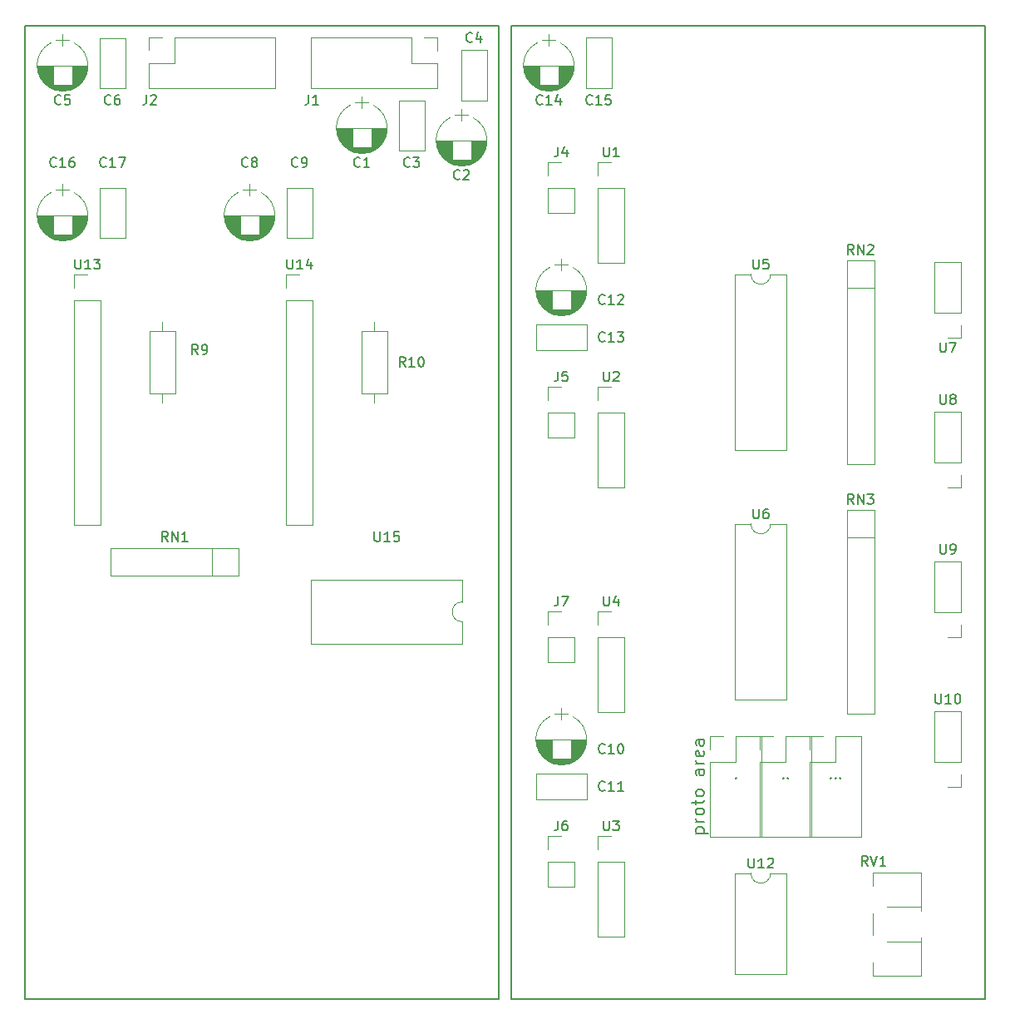
<source format=gto>
G04 #@! TF.FileFunction,Legend,Top*
%FSLAX46Y46*%
G04 Gerber Fmt 4.6, Leading zero omitted, Abs format (unit mm)*
G04 Created by KiCad (PCBNEW 4.0.7) date 11/29/17 00:42:09*
%MOMM*%
%LPD*%
G01*
G04 APERTURE LIST*
%ADD10C,0.100000*%
%ADD11C,0.200000*%
%ADD12C,0.127000*%
%ADD13C,0.120000*%
%ADD14C,0.150000*%
G04 APERTURE END LIST*
D10*
D11*
X196850000Y-52070000D02*
X148590000Y-52070000D01*
X196850000Y-151130000D02*
X196850000Y-52070000D01*
X148590000Y-151130000D02*
X196850000Y-151130000D01*
X148590000Y-52070000D02*
X148590000Y-151130000D01*
X147320000Y-52070000D02*
X99060000Y-52070000D01*
X147320000Y-151130000D02*
X147320000Y-52070000D01*
X99060000Y-151130000D02*
X147320000Y-151130000D01*
X99060000Y-52070000D02*
X99060000Y-151130000D01*
D12*
X167367857Y-134287381D02*
X168637857Y-134287381D01*
X167428333Y-134287381D02*
X167367857Y-134166429D01*
X167367857Y-133924524D01*
X167428333Y-133803572D01*
X167488810Y-133743095D01*
X167609762Y-133682619D01*
X167972619Y-133682619D01*
X168093571Y-133743095D01*
X168154048Y-133803572D01*
X168214524Y-133924524D01*
X168214524Y-134166429D01*
X168154048Y-134287381D01*
X168214524Y-133138333D02*
X167367857Y-133138333D01*
X167609762Y-133138333D02*
X167488810Y-133077857D01*
X167428333Y-133017381D01*
X167367857Y-132896428D01*
X167367857Y-132775476D01*
X168214524Y-132170714D02*
X168154048Y-132291667D01*
X168093571Y-132352143D01*
X167972619Y-132412619D01*
X167609762Y-132412619D01*
X167488810Y-132352143D01*
X167428333Y-132291667D01*
X167367857Y-132170714D01*
X167367857Y-131989286D01*
X167428333Y-131868334D01*
X167488810Y-131807857D01*
X167609762Y-131747381D01*
X167972619Y-131747381D01*
X168093571Y-131807857D01*
X168154048Y-131868334D01*
X168214524Y-131989286D01*
X168214524Y-132170714D01*
X167367857Y-131384524D02*
X167367857Y-130900714D01*
X166944524Y-131203095D02*
X168033095Y-131203095D01*
X168154048Y-131142619D01*
X168214524Y-131021666D01*
X168214524Y-130900714D01*
X168214524Y-130295952D02*
X168154048Y-130416905D01*
X168093571Y-130477381D01*
X167972619Y-130537857D01*
X167609762Y-130537857D01*
X167488810Y-130477381D01*
X167428333Y-130416905D01*
X167367857Y-130295952D01*
X167367857Y-130114524D01*
X167428333Y-129993572D01*
X167488810Y-129933095D01*
X167609762Y-129872619D01*
X167972619Y-129872619D01*
X168093571Y-129933095D01*
X168154048Y-129993572D01*
X168214524Y-130114524D01*
X168214524Y-130295952D01*
X168214524Y-127816428D02*
X167549286Y-127816428D01*
X167428333Y-127876905D01*
X167367857Y-127997857D01*
X167367857Y-128239762D01*
X167428333Y-128360714D01*
X168154048Y-127816428D02*
X168214524Y-127937381D01*
X168214524Y-128239762D01*
X168154048Y-128360714D01*
X168033095Y-128421190D01*
X167912143Y-128421190D01*
X167791190Y-128360714D01*
X167730714Y-128239762D01*
X167730714Y-127937381D01*
X167670238Y-127816428D01*
X168214524Y-127211666D02*
X167367857Y-127211666D01*
X167609762Y-127211666D02*
X167488810Y-127151190D01*
X167428333Y-127090714D01*
X167367857Y-126969761D01*
X167367857Y-126848809D01*
X168154048Y-125941667D02*
X168214524Y-126062619D01*
X168214524Y-126304524D01*
X168154048Y-126425476D01*
X168033095Y-126485952D01*
X167549286Y-126485952D01*
X167428333Y-126425476D01*
X167367857Y-126304524D01*
X167367857Y-126062619D01*
X167428333Y-125941667D01*
X167549286Y-125881190D01*
X167670238Y-125881190D01*
X167791190Y-126485952D01*
X168214524Y-124792619D02*
X167549286Y-124792619D01*
X167428333Y-124853096D01*
X167367857Y-124974048D01*
X167367857Y-125215953D01*
X167428333Y-125336905D01*
X168154048Y-124792619D02*
X168214524Y-124913572D01*
X168214524Y-125215953D01*
X168154048Y-125336905D01*
X168033095Y-125397381D01*
X167912143Y-125397381D01*
X167791190Y-125336905D01*
X167730714Y-125215953D01*
X167730714Y-124913572D01*
X167670238Y-124792619D01*
D13*
X134529723Y-64805722D02*
G75*
G03X134530000Y-60194420I-1179723J2305722D01*
G01*
X132170277Y-64805722D02*
G75*
G02X132170000Y-60194420I1179723J2305722D01*
G01*
X132170277Y-64805722D02*
G75*
G03X134530000Y-64805580I1179723J2305722D01*
G01*
X135900000Y-62500000D02*
X130800000Y-62500000D01*
X135900000Y-62540000D02*
X134330000Y-62540000D01*
X132370000Y-62540000D02*
X130800000Y-62540000D01*
X135899000Y-62580000D02*
X134330000Y-62580000D01*
X132370000Y-62580000D02*
X130801000Y-62580000D01*
X135898000Y-62620000D02*
X134330000Y-62620000D01*
X132370000Y-62620000D02*
X130802000Y-62620000D01*
X135896000Y-62660000D02*
X134330000Y-62660000D01*
X132370000Y-62660000D02*
X130804000Y-62660000D01*
X135893000Y-62700000D02*
X134330000Y-62700000D01*
X132370000Y-62700000D02*
X130807000Y-62700000D01*
X135889000Y-62740000D02*
X134330000Y-62740000D01*
X132370000Y-62740000D02*
X130811000Y-62740000D01*
X135885000Y-62780000D02*
X134330000Y-62780000D01*
X132370000Y-62780000D02*
X130815000Y-62780000D01*
X135881000Y-62820000D02*
X134330000Y-62820000D01*
X132370000Y-62820000D02*
X130819000Y-62820000D01*
X135875000Y-62860000D02*
X134330000Y-62860000D01*
X132370000Y-62860000D02*
X130825000Y-62860000D01*
X135869000Y-62900000D02*
X134330000Y-62900000D01*
X132370000Y-62900000D02*
X130831000Y-62900000D01*
X135863000Y-62940000D02*
X134330000Y-62940000D01*
X132370000Y-62940000D02*
X130837000Y-62940000D01*
X135856000Y-62980000D02*
X134330000Y-62980000D01*
X132370000Y-62980000D02*
X130844000Y-62980000D01*
X135848000Y-63020000D02*
X134330000Y-63020000D01*
X132370000Y-63020000D02*
X130852000Y-63020000D01*
X135839000Y-63060000D02*
X134330000Y-63060000D01*
X132370000Y-63060000D02*
X130861000Y-63060000D01*
X135830000Y-63100000D02*
X134330000Y-63100000D01*
X132370000Y-63100000D02*
X130870000Y-63100000D01*
X135820000Y-63140000D02*
X134330000Y-63140000D01*
X132370000Y-63140000D02*
X130880000Y-63140000D01*
X135810000Y-63180000D02*
X134330000Y-63180000D01*
X132370000Y-63180000D02*
X130890000Y-63180000D01*
X135798000Y-63221000D02*
X134330000Y-63221000D01*
X132370000Y-63221000D02*
X130902000Y-63221000D01*
X135786000Y-63261000D02*
X134330000Y-63261000D01*
X132370000Y-63261000D02*
X130914000Y-63261000D01*
X135774000Y-63301000D02*
X134330000Y-63301000D01*
X132370000Y-63301000D02*
X130926000Y-63301000D01*
X135760000Y-63341000D02*
X134330000Y-63341000D01*
X132370000Y-63341000D02*
X130940000Y-63341000D01*
X135746000Y-63381000D02*
X134330000Y-63381000D01*
X132370000Y-63381000D02*
X130954000Y-63381000D01*
X135732000Y-63421000D02*
X134330000Y-63421000D01*
X132370000Y-63421000D02*
X130968000Y-63421000D01*
X135716000Y-63461000D02*
X134330000Y-63461000D01*
X132370000Y-63461000D02*
X130984000Y-63461000D01*
X135700000Y-63501000D02*
X134330000Y-63501000D01*
X132370000Y-63501000D02*
X131000000Y-63501000D01*
X135683000Y-63541000D02*
X134330000Y-63541000D01*
X132370000Y-63541000D02*
X131017000Y-63541000D01*
X135665000Y-63581000D02*
X134330000Y-63581000D01*
X132370000Y-63581000D02*
X131035000Y-63581000D01*
X135646000Y-63621000D02*
X134330000Y-63621000D01*
X132370000Y-63621000D02*
X131054000Y-63621000D01*
X135626000Y-63661000D02*
X134330000Y-63661000D01*
X132370000Y-63661000D02*
X131074000Y-63661000D01*
X135606000Y-63701000D02*
X134330000Y-63701000D01*
X132370000Y-63701000D02*
X131094000Y-63701000D01*
X135584000Y-63741000D02*
X134330000Y-63741000D01*
X132370000Y-63741000D02*
X131116000Y-63741000D01*
X135562000Y-63781000D02*
X134330000Y-63781000D01*
X132370000Y-63781000D02*
X131138000Y-63781000D01*
X135539000Y-63821000D02*
X134330000Y-63821000D01*
X132370000Y-63821000D02*
X131161000Y-63821000D01*
X135515000Y-63861000D02*
X134330000Y-63861000D01*
X132370000Y-63861000D02*
X131185000Y-63861000D01*
X135490000Y-63901000D02*
X134330000Y-63901000D01*
X132370000Y-63901000D02*
X131210000Y-63901000D01*
X135463000Y-63941000D02*
X134330000Y-63941000D01*
X132370000Y-63941000D02*
X131237000Y-63941000D01*
X135436000Y-63981000D02*
X134330000Y-63981000D01*
X132370000Y-63981000D02*
X131264000Y-63981000D01*
X135408000Y-64021000D02*
X134330000Y-64021000D01*
X132370000Y-64021000D02*
X131292000Y-64021000D01*
X135378000Y-64061000D02*
X134330000Y-64061000D01*
X132370000Y-64061000D02*
X131322000Y-64061000D01*
X135347000Y-64101000D02*
X134330000Y-64101000D01*
X132370000Y-64101000D02*
X131353000Y-64101000D01*
X135315000Y-64141000D02*
X134330000Y-64141000D01*
X132370000Y-64141000D02*
X131385000Y-64141000D01*
X135282000Y-64181000D02*
X134330000Y-64181000D01*
X132370000Y-64181000D02*
X131418000Y-64181000D01*
X135247000Y-64221000D02*
X134330000Y-64221000D01*
X132370000Y-64221000D02*
X131453000Y-64221000D01*
X135211000Y-64261000D02*
X134330000Y-64261000D01*
X132370000Y-64261000D02*
X131489000Y-64261000D01*
X135173000Y-64301000D02*
X134330000Y-64301000D01*
X132370000Y-64301000D02*
X131527000Y-64301000D01*
X135133000Y-64341000D02*
X134330000Y-64341000D01*
X132370000Y-64341000D02*
X131567000Y-64341000D01*
X135092000Y-64381000D02*
X134330000Y-64381000D01*
X132370000Y-64381000D02*
X131608000Y-64381000D01*
X135049000Y-64421000D02*
X134330000Y-64421000D01*
X132370000Y-64421000D02*
X131651000Y-64421000D01*
X135004000Y-64461000D02*
X134330000Y-64461000D01*
X132370000Y-64461000D02*
X131696000Y-64461000D01*
X134956000Y-64501000D02*
X131744000Y-64501000D01*
X134906000Y-64541000D02*
X131794000Y-64541000D01*
X134854000Y-64581000D02*
X131846000Y-64581000D01*
X134798000Y-64621000D02*
X131902000Y-64621000D01*
X134740000Y-64661000D02*
X131960000Y-64661000D01*
X134677000Y-64701000D02*
X132023000Y-64701000D01*
X134611000Y-64741000D02*
X132089000Y-64741000D01*
X134539000Y-64781000D02*
X132161000Y-64781000D01*
X134462000Y-64821000D02*
X132238000Y-64821000D01*
X134378000Y-64861000D02*
X132322000Y-64861000D01*
X134284000Y-64901000D02*
X132416000Y-64901000D01*
X134179000Y-64941000D02*
X132521000Y-64941000D01*
X134057000Y-64981000D02*
X132643000Y-64981000D01*
X133909000Y-65021000D02*
X132791000Y-65021000D01*
X133704000Y-65061000D02*
X132996000Y-65061000D01*
X133350000Y-59300000D02*
X133350000Y-60500000D01*
X134000000Y-59900000D02*
X132700000Y-59900000D01*
X144689723Y-66075722D02*
G75*
G03X144690000Y-61464420I-1179723J2305722D01*
G01*
X142330277Y-66075722D02*
G75*
G02X142330000Y-61464420I1179723J2305722D01*
G01*
X142330277Y-66075722D02*
G75*
G03X144690000Y-66075580I1179723J2305722D01*
G01*
X146060000Y-63770000D02*
X140960000Y-63770000D01*
X146060000Y-63810000D02*
X144490000Y-63810000D01*
X142530000Y-63810000D02*
X140960000Y-63810000D01*
X146059000Y-63850000D02*
X144490000Y-63850000D01*
X142530000Y-63850000D02*
X140961000Y-63850000D01*
X146058000Y-63890000D02*
X144490000Y-63890000D01*
X142530000Y-63890000D02*
X140962000Y-63890000D01*
X146056000Y-63930000D02*
X144490000Y-63930000D01*
X142530000Y-63930000D02*
X140964000Y-63930000D01*
X146053000Y-63970000D02*
X144490000Y-63970000D01*
X142530000Y-63970000D02*
X140967000Y-63970000D01*
X146049000Y-64010000D02*
X144490000Y-64010000D01*
X142530000Y-64010000D02*
X140971000Y-64010000D01*
X146045000Y-64050000D02*
X144490000Y-64050000D01*
X142530000Y-64050000D02*
X140975000Y-64050000D01*
X146041000Y-64090000D02*
X144490000Y-64090000D01*
X142530000Y-64090000D02*
X140979000Y-64090000D01*
X146035000Y-64130000D02*
X144490000Y-64130000D01*
X142530000Y-64130000D02*
X140985000Y-64130000D01*
X146029000Y-64170000D02*
X144490000Y-64170000D01*
X142530000Y-64170000D02*
X140991000Y-64170000D01*
X146023000Y-64210000D02*
X144490000Y-64210000D01*
X142530000Y-64210000D02*
X140997000Y-64210000D01*
X146016000Y-64250000D02*
X144490000Y-64250000D01*
X142530000Y-64250000D02*
X141004000Y-64250000D01*
X146008000Y-64290000D02*
X144490000Y-64290000D01*
X142530000Y-64290000D02*
X141012000Y-64290000D01*
X145999000Y-64330000D02*
X144490000Y-64330000D01*
X142530000Y-64330000D02*
X141021000Y-64330000D01*
X145990000Y-64370000D02*
X144490000Y-64370000D01*
X142530000Y-64370000D02*
X141030000Y-64370000D01*
X145980000Y-64410000D02*
X144490000Y-64410000D01*
X142530000Y-64410000D02*
X141040000Y-64410000D01*
X145970000Y-64450000D02*
X144490000Y-64450000D01*
X142530000Y-64450000D02*
X141050000Y-64450000D01*
X145958000Y-64491000D02*
X144490000Y-64491000D01*
X142530000Y-64491000D02*
X141062000Y-64491000D01*
X145946000Y-64531000D02*
X144490000Y-64531000D01*
X142530000Y-64531000D02*
X141074000Y-64531000D01*
X145934000Y-64571000D02*
X144490000Y-64571000D01*
X142530000Y-64571000D02*
X141086000Y-64571000D01*
X145920000Y-64611000D02*
X144490000Y-64611000D01*
X142530000Y-64611000D02*
X141100000Y-64611000D01*
X145906000Y-64651000D02*
X144490000Y-64651000D01*
X142530000Y-64651000D02*
X141114000Y-64651000D01*
X145892000Y-64691000D02*
X144490000Y-64691000D01*
X142530000Y-64691000D02*
X141128000Y-64691000D01*
X145876000Y-64731000D02*
X144490000Y-64731000D01*
X142530000Y-64731000D02*
X141144000Y-64731000D01*
X145860000Y-64771000D02*
X144490000Y-64771000D01*
X142530000Y-64771000D02*
X141160000Y-64771000D01*
X145843000Y-64811000D02*
X144490000Y-64811000D01*
X142530000Y-64811000D02*
X141177000Y-64811000D01*
X145825000Y-64851000D02*
X144490000Y-64851000D01*
X142530000Y-64851000D02*
X141195000Y-64851000D01*
X145806000Y-64891000D02*
X144490000Y-64891000D01*
X142530000Y-64891000D02*
X141214000Y-64891000D01*
X145786000Y-64931000D02*
X144490000Y-64931000D01*
X142530000Y-64931000D02*
X141234000Y-64931000D01*
X145766000Y-64971000D02*
X144490000Y-64971000D01*
X142530000Y-64971000D02*
X141254000Y-64971000D01*
X145744000Y-65011000D02*
X144490000Y-65011000D01*
X142530000Y-65011000D02*
X141276000Y-65011000D01*
X145722000Y-65051000D02*
X144490000Y-65051000D01*
X142530000Y-65051000D02*
X141298000Y-65051000D01*
X145699000Y-65091000D02*
X144490000Y-65091000D01*
X142530000Y-65091000D02*
X141321000Y-65091000D01*
X145675000Y-65131000D02*
X144490000Y-65131000D01*
X142530000Y-65131000D02*
X141345000Y-65131000D01*
X145650000Y-65171000D02*
X144490000Y-65171000D01*
X142530000Y-65171000D02*
X141370000Y-65171000D01*
X145623000Y-65211000D02*
X144490000Y-65211000D01*
X142530000Y-65211000D02*
X141397000Y-65211000D01*
X145596000Y-65251000D02*
X144490000Y-65251000D01*
X142530000Y-65251000D02*
X141424000Y-65251000D01*
X145568000Y-65291000D02*
X144490000Y-65291000D01*
X142530000Y-65291000D02*
X141452000Y-65291000D01*
X145538000Y-65331000D02*
X144490000Y-65331000D01*
X142530000Y-65331000D02*
X141482000Y-65331000D01*
X145507000Y-65371000D02*
X144490000Y-65371000D01*
X142530000Y-65371000D02*
X141513000Y-65371000D01*
X145475000Y-65411000D02*
X144490000Y-65411000D01*
X142530000Y-65411000D02*
X141545000Y-65411000D01*
X145442000Y-65451000D02*
X144490000Y-65451000D01*
X142530000Y-65451000D02*
X141578000Y-65451000D01*
X145407000Y-65491000D02*
X144490000Y-65491000D01*
X142530000Y-65491000D02*
X141613000Y-65491000D01*
X145371000Y-65531000D02*
X144490000Y-65531000D01*
X142530000Y-65531000D02*
X141649000Y-65531000D01*
X145333000Y-65571000D02*
X144490000Y-65571000D01*
X142530000Y-65571000D02*
X141687000Y-65571000D01*
X145293000Y-65611000D02*
X144490000Y-65611000D01*
X142530000Y-65611000D02*
X141727000Y-65611000D01*
X145252000Y-65651000D02*
X144490000Y-65651000D01*
X142530000Y-65651000D02*
X141768000Y-65651000D01*
X145209000Y-65691000D02*
X144490000Y-65691000D01*
X142530000Y-65691000D02*
X141811000Y-65691000D01*
X145164000Y-65731000D02*
X144490000Y-65731000D01*
X142530000Y-65731000D02*
X141856000Y-65731000D01*
X145116000Y-65771000D02*
X141904000Y-65771000D01*
X145066000Y-65811000D02*
X141954000Y-65811000D01*
X145014000Y-65851000D02*
X142006000Y-65851000D01*
X144958000Y-65891000D02*
X142062000Y-65891000D01*
X144900000Y-65931000D02*
X142120000Y-65931000D01*
X144837000Y-65971000D02*
X142183000Y-65971000D01*
X144771000Y-66011000D02*
X142249000Y-66011000D01*
X144699000Y-66051000D02*
X142321000Y-66051000D01*
X144622000Y-66091000D02*
X142398000Y-66091000D01*
X144538000Y-66131000D02*
X142482000Y-66131000D01*
X144444000Y-66171000D02*
X142576000Y-66171000D01*
X144339000Y-66211000D02*
X142681000Y-66211000D01*
X144217000Y-66251000D02*
X142803000Y-66251000D01*
X144069000Y-66291000D02*
X142951000Y-66291000D01*
X143864000Y-66331000D02*
X143156000Y-66331000D01*
X143510000Y-60570000D02*
X143510000Y-61770000D01*
X144160000Y-61170000D02*
X142860000Y-61170000D01*
X137120000Y-64810000D02*
X137120000Y-59690000D01*
X139740000Y-64810000D02*
X139740000Y-59690000D01*
X137120000Y-64810000D02*
X139740000Y-64810000D01*
X137120000Y-59690000D02*
X139740000Y-59690000D01*
X143470000Y-59690000D02*
X143470000Y-54570000D01*
X146090000Y-59690000D02*
X146090000Y-54570000D01*
X143470000Y-59690000D02*
X146090000Y-59690000D01*
X143470000Y-54570000D02*
X146090000Y-54570000D01*
X104049723Y-58455722D02*
G75*
G03X104050000Y-53844420I-1179723J2305722D01*
G01*
X101690277Y-58455722D02*
G75*
G02X101690000Y-53844420I1179723J2305722D01*
G01*
X101690277Y-58455722D02*
G75*
G03X104050000Y-58455580I1179723J2305722D01*
G01*
X105420000Y-56150000D02*
X100320000Y-56150000D01*
X105420000Y-56190000D02*
X103850000Y-56190000D01*
X101890000Y-56190000D02*
X100320000Y-56190000D01*
X105419000Y-56230000D02*
X103850000Y-56230000D01*
X101890000Y-56230000D02*
X100321000Y-56230000D01*
X105418000Y-56270000D02*
X103850000Y-56270000D01*
X101890000Y-56270000D02*
X100322000Y-56270000D01*
X105416000Y-56310000D02*
X103850000Y-56310000D01*
X101890000Y-56310000D02*
X100324000Y-56310000D01*
X105413000Y-56350000D02*
X103850000Y-56350000D01*
X101890000Y-56350000D02*
X100327000Y-56350000D01*
X105409000Y-56390000D02*
X103850000Y-56390000D01*
X101890000Y-56390000D02*
X100331000Y-56390000D01*
X105405000Y-56430000D02*
X103850000Y-56430000D01*
X101890000Y-56430000D02*
X100335000Y-56430000D01*
X105401000Y-56470000D02*
X103850000Y-56470000D01*
X101890000Y-56470000D02*
X100339000Y-56470000D01*
X105395000Y-56510000D02*
X103850000Y-56510000D01*
X101890000Y-56510000D02*
X100345000Y-56510000D01*
X105389000Y-56550000D02*
X103850000Y-56550000D01*
X101890000Y-56550000D02*
X100351000Y-56550000D01*
X105383000Y-56590000D02*
X103850000Y-56590000D01*
X101890000Y-56590000D02*
X100357000Y-56590000D01*
X105376000Y-56630000D02*
X103850000Y-56630000D01*
X101890000Y-56630000D02*
X100364000Y-56630000D01*
X105368000Y-56670000D02*
X103850000Y-56670000D01*
X101890000Y-56670000D02*
X100372000Y-56670000D01*
X105359000Y-56710000D02*
X103850000Y-56710000D01*
X101890000Y-56710000D02*
X100381000Y-56710000D01*
X105350000Y-56750000D02*
X103850000Y-56750000D01*
X101890000Y-56750000D02*
X100390000Y-56750000D01*
X105340000Y-56790000D02*
X103850000Y-56790000D01*
X101890000Y-56790000D02*
X100400000Y-56790000D01*
X105330000Y-56830000D02*
X103850000Y-56830000D01*
X101890000Y-56830000D02*
X100410000Y-56830000D01*
X105318000Y-56871000D02*
X103850000Y-56871000D01*
X101890000Y-56871000D02*
X100422000Y-56871000D01*
X105306000Y-56911000D02*
X103850000Y-56911000D01*
X101890000Y-56911000D02*
X100434000Y-56911000D01*
X105294000Y-56951000D02*
X103850000Y-56951000D01*
X101890000Y-56951000D02*
X100446000Y-56951000D01*
X105280000Y-56991000D02*
X103850000Y-56991000D01*
X101890000Y-56991000D02*
X100460000Y-56991000D01*
X105266000Y-57031000D02*
X103850000Y-57031000D01*
X101890000Y-57031000D02*
X100474000Y-57031000D01*
X105252000Y-57071000D02*
X103850000Y-57071000D01*
X101890000Y-57071000D02*
X100488000Y-57071000D01*
X105236000Y-57111000D02*
X103850000Y-57111000D01*
X101890000Y-57111000D02*
X100504000Y-57111000D01*
X105220000Y-57151000D02*
X103850000Y-57151000D01*
X101890000Y-57151000D02*
X100520000Y-57151000D01*
X105203000Y-57191000D02*
X103850000Y-57191000D01*
X101890000Y-57191000D02*
X100537000Y-57191000D01*
X105185000Y-57231000D02*
X103850000Y-57231000D01*
X101890000Y-57231000D02*
X100555000Y-57231000D01*
X105166000Y-57271000D02*
X103850000Y-57271000D01*
X101890000Y-57271000D02*
X100574000Y-57271000D01*
X105146000Y-57311000D02*
X103850000Y-57311000D01*
X101890000Y-57311000D02*
X100594000Y-57311000D01*
X105126000Y-57351000D02*
X103850000Y-57351000D01*
X101890000Y-57351000D02*
X100614000Y-57351000D01*
X105104000Y-57391000D02*
X103850000Y-57391000D01*
X101890000Y-57391000D02*
X100636000Y-57391000D01*
X105082000Y-57431000D02*
X103850000Y-57431000D01*
X101890000Y-57431000D02*
X100658000Y-57431000D01*
X105059000Y-57471000D02*
X103850000Y-57471000D01*
X101890000Y-57471000D02*
X100681000Y-57471000D01*
X105035000Y-57511000D02*
X103850000Y-57511000D01*
X101890000Y-57511000D02*
X100705000Y-57511000D01*
X105010000Y-57551000D02*
X103850000Y-57551000D01*
X101890000Y-57551000D02*
X100730000Y-57551000D01*
X104983000Y-57591000D02*
X103850000Y-57591000D01*
X101890000Y-57591000D02*
X100757000Y-57591000D01*
X104956000Y-57631000D02*
X103850000Y-57631000D01*
X101890000Y-57631000D02*
X100784000Y-57631000D01*
X104928000Y-57671000D02*
X103850000Y-57671000D01*
X101890000Y-57671000D02*
X100812000Y-57671000D01*
X104898000Y-57711000D02*
X103850000Y-57711000D01*
X101890000Y-57711000D02*
X100842000Y-57711000D01*
X104867000Y-57751000D02*
X103850000Y-57751000D01*
X101890000Y-57751000D02*
X100873000Y-57751000D01*
X104835000Y-57791000D02*
X103850000Y-57791000D01*
X101890000Y-57791000D02*
X100905000Y-57791000D01*
X104802000Y-57831000D02*
X103850000Y-57831000D01*
X101890000Y-57831000D02*
X100938000Y-57831000D01*
X104767000Y-57871000D02*
X103850000Y-57871000D01*
X101890000Y-57871000D02*
X100973000Y-57871000D01*
X104731000Y-57911000D02*
X103850000Y-57911000D01*
X101890000Y-57911000D02*
X101009000Y-57911000D01*
X104693000Y-57951000D02*
X103850000Y-57951000D01*
X101890000Y-57951000D02*
X101047000Y-57951000D01*
X104653000Y-57991000D02*
X103850000Y-57991000D01*
X101890000Y-57991000D02*
X101087000Y-57991000D01*
X104612000Y-58031000D02*
X103850000Y-58031000D01*
X101890000Y-58031000D02*
X101128000Y-58031000D01*
X104569000Y-58071000D02*
X103850000Y-58071000D01*
X101890000Y-58071000D02*
X101171000Y-58071000D01*
X104524000Y-58111000D02*
X103850000Y-58111000D01*
X101890000Y-58111000D02*
X101216000Y-58111000D01*
X104476000Y-58151000D02*
X101264000Y-58151000D01*
X104426000Y-58191000D02*
X101314000Y-58191000D01*
X104374000Y-58231000D02*
X101366000Y-58231000D01*
X104318000Y-58271000D02*
X101422000Y-58271000D01*
X104260000Y-58311000D02*
X101480000Y-58311000D01*
X104197000Y-58351000D02*
X101543000Y-58351000D01*
X104131000Y-58391000D02*
X101609000Y-58391000D01*
X104059000Y-58431000D02*
X101681000Y-58431000D01*
X103982000Y-58471000D02*
X101758000Y-58471000D01*
X103898000Y-58511000D02*
X101842000Y-58511000D01*
X103804000Y-58551000D02*
X101936000Y-58551000D01*
X103699000Y-58591000D02*
X102041000Y-58591000D01*
X103577000Y-58631000D02*
X102163000Y-58631000D01*
X103429000Y-58671000D02*
X102311000Y-58671000D01*
X103224000Y-58711000D02*
X102516000Y-58711000D01*
X102870000Y-52950000D02*
X102870000Y-54150000D01*
X103520000Y-53550000D02*
X102220000Y-53550000D01*
X106640000Y-58460000D02*
X106640000Y-53340000D01*
X109260000Y-58460000D02*
X109260000Y-53340000D01*
X106640000Y-58460000D02*
X109260000Y-58460000D01*
X106640000Y-53340000D02*
X109260000Y-53340000D01*
X123099723Y-73695722D02*
G75*
G03X123100000Y-69084420I-1179723J2305722D01*
G01*
X120740277Y-73695722D02*
G75*
G02X120740000Y-69084420I1179723J2305722D01*
G01*
X120740277Y-73695722D02*
G75*
G03X123100000Y-73695580I1179723J2305722D01*
G01*
X124470000Y-71390000D02*
X119370000Y-71390000D01*
X124470000Y-71430000D02*
X122900000Y-71430000D01*
X120940000Y-71430000D02*
X119370000Y-71430000D01*
X124469000Y-71470000D02*
X122900000Y-71470000D01*
X120940000Y-71470000D02*
X119371000Y-71470000D01*
X124468000Y-71510000D02*
X122900000Y-71510000D01*
X120940000Y-71510000D02*
X119372000Y-71510000D01*
X124466000Y-71550000D02*
X122900000Y-71550000D01*
X120940000Y-71550000D02*
X119374000Y-71550000D01*
X124463000Y-71590000D02*
X122900000Y-71590000D01*
X120940000Y-71590000D02*
X119377000Y-71590000D01*
X124459000Y-71630000D02*
X122900000Y-71630000D01*
X120940000Y-71630000D02*
X119381000Y-71630000D01*
X124455000Y-71670000D02*
X122900000Y-71670000D01*
X120940000Y-71670000D02*
X119385000Y-71670000D01*
X124451000Y-71710000D02*
X122900000Y-71710000D01*
X120940000Y-71710000D02*
X119389000Y-71710000D01*
X124445000Y-71750000D02*
X122900000Y-71750000D01*
X120940000Y-71750000D02*
X119395000Y-71750000D01*
X124439000Y-71790000D02*
X122900000Y-71790000D01*
X120940000Y-71790000D02*
X119401000Y-71790000D01*
X124433000Y-71830000D02*
X122900000Y-71830000D01*
X120940000Y-71830000D02*
X119407000Y-71830000D01*
X124426000Y-71870000D02*
X122900000Y-71870000D01*
X120940000Y-71870000D02*
X119414000Y-71870000D01*
X124418000Y-71910000D02*
X122900000Y-71910000D01*
X120940000Y-71910000D02*
X119422000Y-71910000D01*
X124409000Y-71950000D02*
X122900000Y-71950000D01*
X120940000Y-71950000D02*
X119431000Y-71950000D01*
X124400000Y-71990000D02*
X122900000Y-71990000D01*
X120940000Y-71990000D02*
X119440000Y-71990000D01*
X124390000Y-72030000D02*
X122900000Y-72030000D01*
X120940000Y-72030000D02*
X119450000Y-72030000D01*
X124380000Y-72070000D02*
X122900000Y-72070000D01*
X120940000Y-72070000D02*
X119460000Y-72070000D01*
X124368000Y-72111000D02*
X122900000Y-72111000D01*
X120940000Y-72111000D02*
X119472000Y-72111000D01*
X124356000Y-72151000D02*
X122900000Y-72151000D01*
X120940000Y-72151000D02*
X119484000Y-72151000D01*
X124344000Y-72191000D02*
X122900000Y-72191000D01*
X120940000Y-72191000D02*
X119496000Y-72191000D01*
X124330000Y-72231000D02*
X122900000Y-72231000D01*
X120940000Y-72231000D02*
X119510000Y-72231000D01*
X124316000Y-72271000D02*
X122900000Y-72271000D01*
X120940000Y-72271000D02*
X119524000Y-72271000D01*
X124302000Y-72311000D02*
X122900000Y-72311000D01*
X120940000Y-72311000D02*
X119538000Y-72311000D01*
X124286000Y-72351000D02*
X122900000Y-72351000D01*
X120940000Y-72351000D02*
X119554000Y-72351000D01*
X124270000Y-72391000D02*
X122900000Y-72391000D01*
X120940000Y-72391000D02*
X119570000Y-72391000D01*
X124253000Y-72431000D02*
X122900000Y-72431000D01*
X120940000Y-72431000D02*
X119587000Y-72431000D01*
X124235000Y-72471000D02*
X122900000Y-72471000D01*
X120940000Y-72471000D02*
X119605000Y-72471000D01*
X124216000Y-72511000D02*
X122900000Y-72511000D01*
X120940000Y-72511000D02*
X119624000Y-72511000D01*
X124196000Y-72551000D02*
X122900000Y-72551000D01*
X120940000Y-72551000D02*
X119644000Y-72551000D01*
X124176000Y-72591000D02*
X122900000Y-72591000D01*
X120940000Y-72591000D02*
X119664000Y-72591000D01*
X124154000Y-72631000D02*
X122900000Y-72631000D01*
X120940000Y-72631000D02*
X119686000Y-72631000D01*
X124132000Y-72671000D02*
X122900000Y-72671000D01*
X120940000Y-72671000D02*
X119708000Y-72671000D01*
X124109000Y-72711000D02*
X122900000Y-72711000D01*
X120940000Y-72711000D02*
X119731000Y-72711000D01*
X124085000Y-72751000D02*
X122900000Y-72751000D01*
X120940000Y-72751000D02*
X119755000Y-72751000D01*
X124060000Y-72791000D02*
X122900000Y-72791000D01*
X120940000Y-72791000D02*
X119780000Y-72791000D01*
X124033000Y-72831000D02*
X122900000Y-72831000D01*
X120940000Y-72831000D02*
X119807000Y-72831000D01*
X124006000Y-72871000D02*
X122900000Y-72871000D01*
X120940000Y-72871000D02*
X119834000Y-72871000D01*
X123978000Y-72911000D02*
X122900000Y-72911000D01*
X120940000Y-72911000D02*
X119862000Y-72911000D01*
X123948000Y-72951000D02*
X122900000Y-72951000D01*
X120940000Y-72951000D02*
X119892000Y-72951000D01*
X123917000Y-72991000D02*
X122900000Y-72991000D01*
X120940000Y-72991000D02*
X119923000Y-72991000D01*
X123885000Y-73031000D02*
X122900000Y-73031000D01*
X120940000Y-73031000D02*
X119955000Y-73031000D01*
X123852000Y-73071000D02*
X122900000Y-73071000D01*
X120940000Y-73071000D02*
X119988000Y-73071000D01*
X123817000Y-73111000D02*
X122900000Y-73111000D01*
X120940000Y-73111000D02*
X120023000Y-73111000D01*
X123781000Y-73151000D02*
X122900000Y-73151000D01*
X120940000Y-73151000D02*
X120059000Y-73151000D01*
X123743000Y-73191000D02*
X122900000Y-73191000D01*
X120940000Y-73191000D02*
X120097000Y-73191000D01*
X123703000Y-73231000D02*
X122900000Y-73231000D01*
X120940000Y-73231000D02*
X120137000Y-73231000D01*
X123662000Y-73271000D02*
X122900000Y-73271000D01*
X120940000Y-73271000D02*
X120178000Y-73271000D01*
X123619000Y-73311000D02*
X122900000Y-73311000D01*
X120940000Y-73311000D02*
X120221000Y-73311000D01*
X123574000Y-73351000D02*
X122900000Y-73351000D01*
X120940000Y-73351000D02*
X120266000Y-73351000D01*
X123526000Y-73391000D02*
X120314000Y-73391000D01*
X123476000Y-73431000D02*
X120364000Y-73431000D01*
X123424000Y-73471000D02*
X120416000Y-73471000D01*
X123368000Y-73511000D02*
X120472000Y-73511000D01*
X123310000Y-73551000D02*
X120530000Y-73551000D01*
X123247000Y-73591000D02*
X120593000Y-73591000D01*
X123181000Y-73631000D02*
X120659000Y-73631000D01*
X123109000Y-73671000D02*
X120731000Y-73671000D01*
X123032000Y-73711000D02*
X120808000Y-73711000D01*
X122948000Y-73751000D02*
X120892000Y-73751000D01*
X122854000Y-73791000D02*
X120986000Y-73791000D01*
X122749000Y-73831000D02*
X121091000Y-73831000D01*
X122627000Y-73871000D02*
X121213000Y-73871000D01*
X122479000Y-73911000D02*
X121361000Y-73911000D01*
X122274000Y-73951000D02*
X121566000Y-73951000D01*
X121920000Y-68190000D02*
X121920000Y-69390000D01*
X122570000Y-68790000D02*
X121270000Y-68790000D01*
X125690000Y-73700000D02*
X125690000Y-68580000D01*
X128310000Y-73700000D02*
X128310000Y-68580000D01*
X125690000Y-73700000D02*
X128310000Y-73700000D01*
X125690000Y-68580000D02*
X128310000Y-68580000D01*
X154849723Y-127035722D02*
G75*
G03X154850000Y-122424420I-1179723J2305722D01*
G01*
X152490277Y-127035722D02*
G75*
G02X152490000Y-122424420I1179723J2305722D01*
G01*
X152490277Y-127035722D02*
G75*
G03X154850000Y-127035580I1179723J2305722D01*
G01*
X156220000Y-124730000D02*
X151120000Y-124730000D01*
X156220000Y-124770000D02*
X154650000Y-124770000D01*
X152690000Y-124770000D02*
X151120000Y-124770000D01*
X156219000Y-124810000D02*
X154650000Y-124810000D01*
X152690000Y-124810000D02*
X151121000Y-124810000D01*
X156218000Y-124850000D02*
X154650000Y-124850000D01*
X152690000Y-124850000D02*
X151122000Y-124850000D01*
X156216000Y-124890000D02*
X154650000Y-124890000D01*
X152690000Y-124890000D02*
X151124000Y-124890000D01*
X156213000Y-124930000D02*
X154650000Y-124930000D01*
X152690000Y-124930000D02*
X151127000Y-124930000D01*
X156209000Y-124970000D02*
X154650000Y-124970000D01*
X152690000Y-124970000D02*
X151131000Y-124970000D01*
X156205000Y-125010000D02*
X154650000Y-125010000D01*
X152690000Y-125010000D02*
X151135000Y-125010000D01*
X156201000Y-125050000D02*
X154650000Y-125050000D01*
X152690000Y-125050000D02*
X151139000Y-125050000D01*
X156195000Y-125090000D02*
X154650000Y-125090000D01*
X152690000Y-125090000D02*
X151145000Y-125090000D01*
X156189000Y-125130000D02*
X154650000Y-125130000D01*
X152690000Y-125130000D02*
X151151000Y-125130000D01*
X156183000Y-125170000D02*
X154650000Y-125170000D01*
X152690000Y-125170000D02*
X151157000Y-125170000D01*
X156176000Y-125210000D02*
X154650000Y-125210000D01*
X152690000Y-125210000D02*
X151164000Y-125210000D01*
X156168000Y-125250000D02*
X154650000Y-125250000D01*
X152690000Y-125250000D02*
X151172000Y-125250000D01*
X156159000Y-125290000D02*
X154650000Y-125290000D01*
X152690000Y-125290000D02*
X151181000Y-125290000D01*
X156150000Y-125330000D02*
X154650000Y-125330000D01*
X152690000Y-125330000D02*
X151190000Y-125330000D01*
X156140000Y-125370000D02*
X154650000Y-125370000D01*
X152690000Y-125370000D02*
X151200000Y-125370000D01*
X156130000Y-125410000D02*
X154650000Y-125410000D01*
X152690000Y-125410000D02*
X151210000Y-125410000D01*
X156118000Y-125451000D02*
X154650000Y-125451000D01*
X152690000Y-125451000D02*
X151222000Y-125451000D01*
X156106000Y-125491000D02*
X154650000Y-125491000D01*
X152690000Y-125491000D02*
X151234000Y-125491000D01*
X156094000Y-125531000D02*
X154650000Y-125531000D01*
X152690000Y-125531000D02*
X151246000Y-125531000D01*
X156080000Y-125571000D02*
X154650000Y-125571000D01*
X152690000Y-125571000D02*
X151260000Y-125571000D01*
X156066000Y-125611000D02*
X154650000Y-125611000D01*
X152690000Y-125611000D02*
X151274000Y-125611000D01*
X156052000Y-125651000D02*
X154650000Y-125651000D01*
X152690000Y-125651000D02*
X151288000Y-125651000D01*
X156036000Y-125691000D02*
X154650000Y-125691000D01*
X152690000Y-125691000D02*
X151304000Y-125691000D01*
X156020000Y-125731000D02*
X154650000Y-125731000D01*
X152690000Y-125731000D02*
X151320000Y-125731000D01*
X156003000Y-125771000D02*
X154650000Y-125771000D01*
X152690000Y-125771000D02*
X151337000Y-125771000D01*
X155985000Y-125811000D02*
X154650000Y-125811000D01*
X152690000Y-125811000D02*
X151355000Y-125811000D01*
X155966000Y-125851000D02*
X154650000Y-125851000D01*
X152690000Y-125851000D02*
X151374000Y-125851000D01*
X155946000Y-125891000D02*
X154650000Y-125891000D01*
X152690000Y-125891000D02*
X151394000Y-125891000D01*
X155926000Y-125931000D02*
X154650000Y-125931000D01*
X152690000Y-125931000D02*
X151414000Y-125931000D01*
X155904000Y-125971000D02*
X154650000Y-125971000D01*
X152690000Y-125971000D02*
X151436000Y-125971000D01*
X155882000Y-126011000D02*
X154650000Y-126011000D01*
X152690000Y-126011000D02*
X151458000Y-126011000D01*
X155859000Y-126051000D02*
X154650000Y-126051000D01*
X152690000Y-126051000D02*
X151481000Y-126051000D01*
X155835000Y-126091000D02*
X154650000Y-126091000D01*
X152690000Y-126091000D02*
X151505000Y-126091000D01*
X155810000Y-126131000D02*
X154650000Y-126131000D01*
X152690000Y-126131000D02*
X151530000Y-126131000D01*
X155783000Y-126171000D02*
X154650000Y-126171000D01*
X152690000Y-126171000D02*
X151557000Y-126171000D01*
X155756000Y-126211000D02*
X154650000Y-126211000D01*
X152690000Y-126211000D02*
X151584000Y-126211000D01*
X155728000Y-126251000D02*
X154650000Y-126251000D01*
X152690000Y-126251000D02*
X151612000Y-126251000D01*
X155698000Y-126291000D02*
X154650000Y-126291000D01*
X152690000Y-126291000D02*
X151642000Y-126291000D01*
X155667000Y-126331000D02*
X154650000Y-126331000D01*
X152690000Y-126331000D02*
X151673000Y-126331000D01*
X155635000Y-126371000D02*
X154650000Y-126371000D01*
X152690000Y-126371000D02*
X151705000Y-126371000D01*
X155602000Y-126411000D02*
X154650000Y-126411000D01*
X152690000Y-126411000D02*
X151738000Y-126411000D01*
X155567000Y-126451000D02*
X154650000Y-126451000D01*
X152690000Y-126451000D02*
X151773000Y-126451000D01*
X155531000Y-126491000D02*
X154650000Y-126491000D01*
X152690000Y-126491000D02*
X151809000Y-126491000D01*
X155493000Y-126531000D02*
X154650000Y-126531000D01*
X152690000Y-126531000D02*
X151847000Y-126531000D01*
X155453000Y-126571000D02*
X154650000Y-126571000D01*
X152690000Y-126571000D02*
X151887000Y-126571000D01*
X155412000Y-126611000D02*
X154650000Y-126611000D01*
X152690000Y-126611000D02*
X151928000Y-126611000D01*
X155369000Y-126651000D02*
X154650000Y-126651000D01*
X152690000Y-126651000D02*
X151971000Y-126651000D01*
X155324000Y-126691000D02*
X154650000Y-126691000D01*
X152690000Y-126691000D02*
X152016000Y-126691000D01*
X155276000Y-126731000D02*
X152064000Y-126731000D01*
X155226000Y-126771000D02*
X152114000Y-126771000D01*
X155174000Y-126811000D02*
X152166000Y-126811000D01*
X155118000Y-126851000D02*
X152222000Y-126851000D01*
X155060000Y-126891000D02*
X152280000Y-126891000D01*
X154997000Y-126931000D02*
X152343000Y-126931000D01*
X154931000Y-126971000D02*
X152409000Y-126971000D01*
X154859000Y-127011000D02*
X152481000Y-127011000D01*
X154782000Y-127051000D02*
X152558000Y-127051000D01*
X154698000Y-127091000D02*
X152642000Y-127091000D01*
X154604000Y-127131000D02*
X152736000Y-127131000D01*
X154499000Y-127171000D02*
X152841000Y-127171000D01*
X154377000Y-127211000D02*
X152963000Y-127211000D01*
X154229000Y-127251000D02*
X153111000Y-127251000D01*
X154024000Y-127291000D02*
X153316000Y-127291000D01*
X153670000Y-121530000D02*
X153670000Y-122730000D01*
X154320000Y-122130000D02*
X153020000Y-122130000D01*
X151130000Y-128230000D02*
X156250000Y-128230000D01*
X151130000Y-130850000D02*
X156250000Y-130850000D01*
X151130000Y-128230000D02*
X151130000Y-130850000D01*
X156250000Y-128230000D02*
X156250000Y-130850000D01*
X154849723Y-81315722D02*
G75*
G03X154850000Y-76704420I-1179723J2305722D01*
G01*
X152490277Y-81315722D02*
G75*
G02X152490000Y-76704420I1179723J2305722D01*
G01*
X152490277Y-81315722D02*
G75*
G03X154850000Y-81315580I1179723J2305722D01*
G01*
X156220000Y-79010000D02*
X151120000Y-79010000D01*
X156220000Y-79050000D02*
X154650000Y-79050000D01*
X152690000Y-79050000D02*
X151120000Y-79050000D01*
X156219000Y-79090000D02*
X154650000Y-79090000D01*
X152690000Y-79090000D02*
X151121000Y-79090000D01*
X156218000Y-79130000D02*
X154650000Y-79130000D01*
X152690000Y-79130000D02*
X151122000Y-79130000D01*
X156216000Y-79170000D02*
X154650000Y-79170000D01*
X152690000Y-79170000D02*
X151124000Y-79170000D01*
X156213000Y-79210000D02*
X154650000Y-79210000D01*
X152690000Y-79210000D02*
X151127000Y-79210000D01*
X156209000Y-79250000D02*
X154650000Y-79250000D01*
X152690000Y-79250000D02*
X151131000Y-79250000D01*
X156205000Y-79290000D02*
X154650000Y-79290000D01*
X152690000Y-79290000D02*
X151135000Y-79290000D01*
X156201000Y-79330000D02*
X154650000Y-79330000D01*
X152690000Y-79330000D02*
X151139000Y-79330000D01*
X156195000Y-79370000D02*
X154650000Y-79370000D01*
X152690000Y-79370000D02*
X151145000Y-79370000D01*
X156189000Y-79410000D02*
X154650000Y-79410000D01*
X152690000Y-79410000D02*
X151151000Y-79410000D01*
X156183000Y-79450000D02*
X154650000Y-79450000D01*
X152690000Y-79450000D02*
X151157000Y-79450000D01*
X156176000Y-79490000D02*
X154650000Y-79490000D01*
X152690000Y-79490000D02*
X151164000Y-79490000D01*
X156168000Y-79530000D02*
X154650000Y-79530000D01*
X152690000Y-79530000D02*
X151172000Y-79530000D01*
X156159000Y-79570000D02*
X154650000Y-79570000D01*
X152690000Y-79570000D02*
X151181000Y-79570000D01*
X156150000Y-79610000D02*
X154650000Y-79610000D01*
X152690000Y-79610000D02*
X151190000Y-79610000D01*
X156140000Y-79650000D02*
X154650000Y-79650000D01*
X152690000Y-79650000D02*
X151200000Y-79650000D01*
X156130000Y-79690000D02*
X154650000Y-79690000D01*
X152690000Y-79690000D02*
X151210000Y-79690000D01*
X156118000Y-79731000D02*
X154650000Y-79731000D01*
X152690000Y-79731000D02*
X151222000Y-79731000D01*
X156106000Y-79771000D02*
X154650000Y-79771000D01*
X152690000Y-79771000D02*
X151234000Y-79771000D01*
X156094000Y-79811000D02*
X154650000Y-79811000D01*
X152690000Y-79811000D02*
X151246000Y-79811000D01*
X156080000Y-79851000D02*
X154650000Y-79851000D01*
X152690000Y-79851000D02*
X151260000Y-79851000D01*
X156066000Y-79891000D02*
X154650000Y-79891000D01*
X152690000Y-79891000D02*
X151274000Y-79891000D01*
X156052000Y-79931000D02*
X154650000Y-79931000D01*
X152690000Y-79931000D02*
X151288000Y-79931000D01*
X156036000Y-79971000D02*
X154650000Y-79971000D01*
X152690000Y-79971000D02*
X151304000Y-79971000D01*
X156020000Y-80011000D02*
X154650000Y-80011000D01*
X152690000Y-80011000D02*
X151320000Y-80011000D01*
X156003000Y-80051000D02*
X154650000Y-80051000D01*
X152690000Y-80051000D02*
X151337000Y-80051000D01*
X155985000Y-80091000D02*
X154650000Y-80091000D01*
X152690000Y-80091000D02*
X151355000Y-80091000D01*
X155966000Y-80131000D02*
X154650000Y-80131000D01*
X152690000Y-80131000D02*
X151374000Y-80131000D01*
X155946000Y-80171000D02*
X154650000Y-80171000D01*
X152690000Y-80171000D02*
X151394000Y-80171000D01*
X155926000Y-80211000D02*
X154650000Y-80211000D01*
X152690000Y-80211000D02*
X151414000Y-80211000D01*
X155904000Y-80251000D02*
X154650000Y-80251000D01*
X152690000Y-80251000D02*
X151436000Y-80251000D01*
X155882000Y-80291000D02*
X154650000Y-80291000D01*
X152690000Y-80291000D02*
X151458000Y-80291000D01*
X155859000Y-80331000D02*
X154650000Y-80331000D01*
X152690000Y-80331000D02*
X151481000Y-80331000D01*
X155835000Y-80371000D02*
X154650000Y-80371000D01*
X152690000Y-80371000D02*
X151505000Y-80371000D01*
X155810000Y-80411000D02*
X154650000Y-80411000D01*
X152690000Y-80411000D02*
X151530000Y-80411000D01*
X155783000Y-80451000D02*
X154650000Y-80451000D01*
X152690000Y-80451000D02*
X151557000Y-80451000D01*
X155756000Y-80491000D02*
X154650000Y-80491000D01*
X152690000Y-80491000D02*
X151584000Y-80491000D01*
X155728000Y-80531000D02*
X154650000Y-80531000D01*
X152690000Y-80531000D02*
X151612000Y-80531000D01*
X155698000Y-80571000D02*
X154650000Y-80571000D01*
X152690000Y-80571000D02*
X151642000Y-80571000D01*
X155667000Y-80611000D02*
X154650000Y-80611000D01*
X152690000Y-80611000D02*
X151673000Y-80611000D01*
X155635000Y-80651000D02*
X154650000Y-80651000D01*
X152690000Y-80651000D02*
X151705000Y-80651000D01*
X155602000Y-80691000D02*
X154650000Y-80691000D01*
X152690000Y-80691000D02*
X151738000Y-80691000D01*
X155567000Y-80731000D02*
X154650000Y-80731000D01*
X152690000Y-80731000D02*
X151773000Y-80731000D01*
X155531000Y-80771000D02*
X154650000Y-80771000D01*
X152690000Y-80771000D02*
X151809000Y-80771000D01*
X155493000Y-80811000D02*
X154650000Y-80811000D01*
X152690000Y-80811000D02*
X151847000Y-80811000D01*
X155453000Y-80851000D02*
X154650000Y-80851000D01*
X152690000Y-80851000D02*
X151887000Y-80851000D01*
X155412000Y-80891000D02*
X154650000Y-80891000D01*
X152690000Y-80891000D02*
X151928000Y-80891000D01*
X155369000Y-80931000D02*
X154650000Y-80931000D01*
X152690000Y-80931000D02*
X151971000Y-80931000D01*
X155324000Y-80971000D02*
X154650000Y-80971000D01*
X152690000Y-80971000D02*
X152016000Y-80971000D01*
X155276000Y-81011000D02*
X152064000Y-81011000D01*
X155226000Y-81051000D02*
X152114000Y-81051000D01*
X155174000Y-81091000D02*
X152166000Y-81091000D01*
X155118000Y-81131000D02*
X152222000Y-81131000D01*
X155060000Y-81171000D02*
X152280000Y-81171000D01*
X154997000Y-81211000D02*
X152343000Y-81211000D01*
X154931000Y-81251000D02*
X152409000Y-81251000D01*
X154859000Y-81291000D02*
X152481000Y-81291000D01*
X154782000Y-81331000D02*
X152558000Y-81331000D01*
X154698000Y-81371000D02*
X152642000Y-81371000D01*
X154604000Y-81411000D02*
X152736000Y-81411000D01*
X154499000Y-81451000D02*
X152841000Y-81451000D01*
X154377000Y-81491000D02*
X152963000Y-81491000D01*
X154229000Y-81531000D02*
X153111000Y-81531000D01*
X154024000Y-81571000D02*
X153316000Y-81571000D01*
X153670000Y-75810000D02*
X153670000Y-77010000D01*
X154320000Y-76410000D02*
X153020000Y-76410000D01*
X151130000Y-82510000D02*
X156250000Y-82510000D01*
X151130000Y-85130000D02*
X156250000Y-85130000D01*
X151130000Y-82510000D02*
X151130000Y-85130000D01*
X156250000Y-82510000D02*
X156250000Y-85130000D01*
X153579723Y-58455722D02*
G75*
G03X153580000Y-53844420I-1179723J2305722D01*
G01*
X151220277Y-58455722D02*
G75*
G02X151220000Y-53844420I1179723J2305722D01*
G01*
X151220277Y-58455722D02*
G75*
G03X153580000Y-58455580I1179723J2305722D01*
G01*
X154950000Y-56150000D02*
X149850000Y-56150000D01*
X154950000Y-56190000D02*
X153380000Y-56190000D01*
X151420000Y-56190000D02*
X149850000Y-56190000D01*
X154949000Y-56230000D02*
X153380000Y-56230000D01*
X151420000Y-56230000D02*
X149851000Y-56230000D01*
X154948000Y-56270000D02*
X153380000Y-56270000D01*
X151420000Y-56270000D02*
X149852000Y-56270000D01*
X154946000Y-56310000D02*
X153380000Y-56310000D01*
X151420000Y-56310000D02*
X149854000Y-56310000D01*
X154943000Y-56350000D02*
X153380000Y-56350000D01*
X151420000Y-56350000D02*
X149857000Y-56350000D01*
X154939000Y-56390000D02*
X153380000Y-56390000D01*
X151420000Y-56390000D02*
X149861000Y-56390000D01*
X154935000Y-56430000D02*
X153380000Y-56430000D01*
X151420000Y-56430000D02*
X149865000Y-56430000D01*
X154931000Y-56470000D02*
X153380000Y-56470000D01*
X151420000Y-56470000D02*
X149869000Y-56470000D01*
X154925000Y-56510000D02*
X153380000Y-56510000D01*
X151420000Y-56510000D02*
X149875000Y-56510000D01*
X154919000Y-56550000D02*
X153380000Y-56550000D01*
X151420000Y-56550000D02*
X149881000Y-56550000D01*
X154913000Y-56590000D02*
X153380000Y-56590000D01*
X151420000Y-56590000D02*
X149887000Y-56590000D01*
X154906000Y-56630000D02*
X153380000Y-56630000D01*
X151420000Y-56630000D02*
X149894000Y-56630000D01*
X154898000Y-56670000D02*
X153380000Y-56670000D01*
X151420000Y-56670000D02*
X149902000Y-56670000D01*
X154889000Y-56710000D02*
X153380000Y-56710000D01*
X151420000Y-56710000D02*
X149911000Y-56710000D01*
X154880000Y-56750000D02*
X153380000Y-56750000D01*
X151420000Y-56750000D02*
X149920000Y-56750000D01*
X154870000Y-56790000D02*
X153380000Y-56790000D01*
X151420000Y-56790000D02*
X149930000Y-56790000D01*
X154860000Y-56830000D02*
X153380000Y-56830000D01*
X151420000Y-56830000D02*
X149940000Y-56830000D01*
X154848000Y-56871000D02*
X153380000Y-56871000D01*
X151420000Y-56871000D02*
X149952000Y-56871000D01*
X154836000Y-56911000D02*
X153380000Y-56911000D01*
X151420000Y-56911000D02*
X149964000Y-56911000D01*
X154824000Y-56951000D02*
X153380000Y-56951000D01*
X151420000Y-56951000D02*
X149976000Y-56951000D01*
X154810000Y-56991000D02*
X153380000Y-56991000D01*
X151420000Y-56991000D02*
X149990000Y-56991000D01*
X154796000Y-57031000D02*
X153380000Y-57031000D01*
X151420000Y-57031000D02*
X150004000Y-57031000D01*
X154782000Y-57071000D02*
X153380000Y-57071000D01*
X151420000Y-57071000D02*
X150018000Y-57071000D01*
X154766000Y-57111000D02*
X153380000Y-57111000D01*
X151420000Y-57111000D02*
X150034000Y-57111000D01*
X154750000Y-57151000D02*
X153380000Y-57151000D01*
X151420000Y-57151000D02*
X150050000Y-57151000D01*
X154733000Y-57191000D02*
X153380000Y-57191000D01*
X151420000Y-57191000D02*
X150067000Y-57191000D01*
X154715000Y-57231000D02*
X153380000Y-57231000D01*
X151420000Y-57231000D02*
X150085000Y-57231000D01*
X154696000Y-57271000D02*
X153380000Y-57271000D01*
X151420000Y-57271000D02*
X150104000Y-57271000D01*
X154676000Y-57311000D02*
X153380000Y-57311000D01*
X151420000Y-57311000D02*
X150124000Y-57311000D01*
X154656000Y-57351000D02*
X153380000Y-57351000D01*
X151420000Y-57351000D02*
X150144000Y-57351000D01*
X154634000Y-57391000D02*
X153380000Y-57391000D01*
X151420000Y-57391000D02*
X150166000Y-57391000D01*
X154612000Y-57431000D02*
X153380000Y-57431000D01*
X151420000Y-57431000D02*
X150188000Y-57431000D01*
X154589000Y-57471000D02*
X153380000Y-57471000D01*
X151420000Y-57471000D02*
X150211000Y-57471000D01*
X154565000Y-57511000D02*
X153380000Y-57511000D01*
X151420000Y-57511000D02*
X150235000Y-57511000D01*
X154540000Y-57551000D02*
X153380000Y-57551000D01*
X151420000Y-57551000D02*
X150260000Y-57551000D01*
X154513000Y-57591000D02*
X153380000Y-57591000D01*
X151420000Y-57591000D02*
X150287000Y-57591000D01*
X154486000Y-57631000D02*
X153380000Y-57631000D01*
X151420000Y-57631000D02*
X150314000Y-57631000D01*
X154458000Y-57671000D02*
X153380000Y-57671000D01*
X151420000Y-57671000D02*
X150342000Y-57671000D01*
X154428000Y-57711000D02*
X153380000Y-57711000D01*
X151420000Y-57711000D02*
X150372000Y-57711000D01*
X154397000Y-57751000D02*
X153380000Y-57751000D01*
X151420000Y-57751000D02*
X150403000Y-57751000D01*
X154365000Y-57791000D02*
X153380000Y-57791000D01*
X151420000Y-57791000D02*
X150435000Y-57791000D01*
X154332000Y-57831000D02*
X153380000Y-57831000D01*
X151420000Y-57831000D02*
X150468000Y-57831000D01*
X154297000Y-57871000D02*
X153380000Y-57871000D01*
X151420000Y-57871000D02*
X150503000Y-57871000D01*
X154261000Y-57911000D02*
X153380000Y-57911000D01*
X151420000Y-57911000D02*
X150539000Y-57911000D01*
X154223000Y-57951000D02*
X153380000Y-57951000D01*
X151420000Y-57951000D02*
X150577000Y-57951000D01*
X154183000Y-57991000D02*
X153380000Y-57991000D01*
X151420000Y-57991000D02*
X150617000Y-57991000D01*
X154142000Y-58031000D02*
X153380000Y-58031000D01*
X151420000Y-58031000D02*
X150658000Y-58031000D01*
X154099000Y-58071000D02*
X153380000Y-58071000D01*
X151420000Y-58071000D02*
X150701000Y-58071000D01*
X154054000Y-58111000D02*
X153380000Y-58111000D01*
X151420000Y-58111000D02*
X150746000Y-58111000D01*
X154006000Y-58151000D02*
X150794000Y-58151000D01*
X153956000Y-58191000D02*
X150844000Y-58191000D01*
X153904000Y-58231000D02*
X150896000Y-58231000D01*
X153848000Y-58271000D02*
X150952000Y-58271000D01*
X153790000Y-58311000D02*
X151010000Y-58311000D01*
X153727000Y-58351000D02*
X151073000Y-58351000D01*
X153661000Y-58391000D02*
X151139000Y-58391000D01*
X153589000Y-58431000D02*
X151211000Y-58431000D01*
X153512000Y-58471000D02*
X151288000Y-58471000D01*
X153428000Y-58511000D02*
X151372000Y-58511000D01*
X153334000Y-58551000D02*
X151466000Y-58551000D01*
X153229000Y-58591000D02*
X151571000Y-58591000D01*
X153107000Y-58631000D02*
X151693000Y-58631000D01*
X152959000Y-58671000D02*
X151841000Y-58671000D01*
X152754000Y-58711000D02*
X152046000Y-58711000D01*
X152400000Y-52950000D02*
X152400000Y-54150000D01*
X153050000Y-53550000D02*
X151750000Y-53550000D01*
X156170000Y-58420000D02*
X156170000Y-53300000D01*
X158790000Y-58420000D02*
X158790000Y-53300000D01*
X156170000Y-58420000D02*
X158790000Y-58420000D01*
X156170000Y-53300000D02*
X158790000Y-53300000D01*
X104049723Y-73695722D02*
G75*
G03X104050000Y-69084420I-1179723J2305722D01*
G01*
X101690277Y-73695722D02*
G75*
G02X101690000Y-69084420I1179723J2305722D01*
G01*
X101690277Y-73695722D02*
G75*
G03X104050000Y-73695580I1179723J2305722D01*
G01*
X105420000Y-71390000D02*
X100320000Y-71390000D01*
X105420000Y-71430000D02*
X103850000Y-71430000D01*
X101890000Y-71430000D02*
X100320000Y-71430000D01*
X105419000Y-71470000D02*
X103850000Y-71470000D01*
X101890000Y-71470000D02*
X100321000Y-71470000D01*
X105418000Y-71510000D02*
X103850000Y-71510000D01*
X101890000Y-71510000D02*
X100322000Y-71510000D01*
X105416000Y-71550000D02*
X103850000Y-71550000D01*
X101890000Y-71550000D02*
X100324000Y-71550000D01*
X105413000Y-71590000D02*
X103850000Y-71590000D01*
X101890000Y-71590000D02*
X100327000Y-71590000D01*
X105409000Y-71630000D02*
X103850000Y-71630000D01*
X101890000Y-71630000D02*
X100331000Y-71630000D01*
X105405000Y-71670000D02*
X103850000Y-71670000D01*
X101890000Y-71670000D02*
X100335000Y-71670000D01*
X105401000Y-71710000D02*
X103850000Y-71710000D01*
X101890000Y-71710000D02*
X100339000Y-71710000D01*
X105395000Y-71750000D02*
X103850000Y-71750000D01*
X101890000Y-71750000D02*
X100345000Y-71750000D01*
X105389000Y-71790000D02*
X103850000Y-71790000D01*
X101890000Y-71790000D02*
X100351000Y-71790000D01*
X105383000Y-71830000D02*
X103850000Y-71830000D01*
X101890000Y-71830000D02*
X100357000Y-71830000D01*
X105376000Y-71870000D02*
X103850000Y-71870000D01*
X101890000Y-71870000D02*
X100364000Y-71870000D01*
X105368000Y-71910000D02*
X103850000Y-71910000D01*
X101890000Y-71910000D02*
X100372000Y-71910000D01*
X105359000Y-71950000D02*
X103850000Y-71950000D01*
X101890000Y-71950000D02*
X100381000Y-71950000D01*
X105350000Y-71990000D02*
X103850000Y-71990000D01*
X101890000Y-71990000D02*
X100390000Y-71990000D01*
X105340000Y-72030000D02*
X103850000Y-72030000D01*
X101890000Y-72030000D02*
X100400000Y-72030000D01*
X105330000Y-72070000D02*
X103850000Y-72070000D01*
X101890000Y-72070000D02*
X100410000Y-72070000D01*
X105318000Y-72111000D02*
X103850000Y-72111000D01*
X101890000Y-72111000D02*
X100422000Y-72111000D01*
X105306000Y-72151000D02*
X103850000Y-72151000D01*
X101890000Y-72151000D02*
X100434000Y-72151000D01*
X105294000Y-72191000D02*
X103850000Y-72191000D01*
X101890000Y-72191000D02*
X100446000Y-72191000D01*
X105280000Y-72231000D02*
X103850000Y-72231000D01*
X101890000Y-72231000D02*
X100460000Y-72231000D01*
X105266000Y-72271000D02*
X103850000Y-72271000D01*
X101890000Y-72271000D02*
X100474000Y-72271000D01*
X105252000Y-72311000D02*
X103850000Y-72311000D01*
X101890000Y-72311000D02*
X100488000Y-72311000D01*
X105236000Y-72351000D02*
X103850000Y-72351000D01*
X101890000Y-72351000D02*
X100504000Y-72351000D01*
X105220000Y-72391000D02*
X103850000Y-72391000D01*
X101890000Y-72391000D02*
X100520000Y-72391000D01*
X105203000Y-72431000D02*
X103850000Y-72431000D01*
X101890000Y-72431000D02*
X100537000Y-72431000D01*
X105185000Y-72471000D02*
X103850000Y-72471000D01*
X101890000Y-72471000D02*
X100555000Y-72471000D01*
X105166000Y-72511000D02*
X103850000Y-72511000D01*
X101890000Y-72511000D02*
X100574000Y-72511000D01*
X105146000Y-72551000D02*
X103850000Y-72551000D01*
X101890000Y-72551000D02*
X100594000Y-72551000D01*
X105126000Y-72591000D02*
X103850000Y-72591000D01*
X101890000Y-72591000D02*
X100614000Y-72591000D01*
X105104000Y-72631000D02*
X103850000Y-72631000D01*
X101890000Y-72631000D02*
X100636000Y-72631000D01*
X105082000Y-72671000D02*
X103850000Y-72671000D01*
X101890000Y-72671000D02*
X100658000Y-72671000D01*
X105059000Y-72711000D02*
X103850000Y-72711000D01*
X101890000Y-72711000D02*
X100681000Y-72711000D01*
X105035000Y-72751000D02*
X103850000Y-72751000D01*
X101890000Y-72751000D02*
X100705000Y-72751000D01*
X105010000Y-72791000D02*
X103850000Y-72791000D01*
X101890000Y-72791000D02*
X100730000Y-72791000D01*
X104983000Y-72831000D02*
X103850000Y-72831000D01*
X101890000Y-72831000D02*
X100757000Y-72831000D01*
X104956000Y-72871000D02*
X103850000Y-72871000D01*
X101890000Y-72871000D02*
X100784000Y-72871000D01*
X104928000Y-72911000D02*
X103850000Y-72911000D01*
X101890000Y-72911000D02*
X100812000Y-72911000D01*
X104898000Y-72951000D02*
X103850000Y-72951000D01*
X101890000Y-72951000D02*
X100842000Y-72951000D01*
X104867000Y-72991000D02*
X103850000Y-72991000D01*
X101890000Y-72991000D02*
X100873000Y-72991000D01*
X104835000Y-73031000D02*
X103850000Y-73031000D01*
X101890000Y-73031000D02*
X100905000Y-73031000D01*
X104802000Y-73071000D02*
X103850000Y-73071000D01*
X101890000Y-73071000D02*
X100938000Y-73071000D01*
X104767000Y-73111000D02*
X103850000Y-73111000D01*
X101890000Y-73111000D02*
X100973000Y-73111000D01*
X104731000Y-73151000D02*
X103850000Y-73151000D01*
X101890000Y-73151000D02*
X101009000Y-73151000D01*
X104693000Y-73191000D02*
X103850000Y-73191000D01*
X101890000Y-73191000D02*
X101047000Y-73191000D01*
X104653000Y-73231000D02*
X103850000Y-73231000D01*
X101890000Y-73231000D02*
X101087000Y-73231000D01*
X104612000Y-73271000D02*
X103850000Y-73271000D01*
X101890000Y-73271000D02*
X101128000Y-73271000D01*
X104569000Y-73311000D02*
X103850000Y-73311000D01*
X101890000Y-73311000D02*
X101171000Y-73311000D01*
X104524000Y-73351000D02*
X103850000Y-73351000D01*
X101890000Y-73351000D02*
X101216000Y-73351000D01*
X104476000Y-73391000D02*
X101264000Y-73391000D01*
X104426000Y-73431000D02*
X101314000Y-73431000D01*
X104374000Y-73471000D02*
X101366000Y-73471000D01*
X104318000Y-73511000D02*
X101422000Y-73511000D01*
X104260000Y-73551000D02*
X101480000Y-73551000D01*
X104197000Y-73591000D02*
X101543000Y-73591000D01*
X104131000Y-73631000D02*
X101609000Y-73631000D01*
X104059000Y-73671000D02*
X101681000Y-73671000D01*
X103982000Y-73711000D02*
X101758000Y-73711000D01*
X103898000Y-73751000D02*
X101842000Y-73751000D01*
X103804000Y-73791000D02*
X101936000Y-73791000D01*
X103699000Y-73831000D02*
X102041000Y-73831000D01*
X103577000Y-73871000D02*
X102163000Y-73871000D01*
X103429000Y-73911000D02*
X102311000Y-73911000D01*
X103224000Y-73951000D02*
X102516000Y-73951000D01*
X102870000Y-68190000D02*
X102870000Y-69390000D01*
X103520000Y-68790000D02*
X102220000Y-68790000D01*
X106640000Y-73700000D02*
X106640000Y-68580000D01*
X109260000Y-73700000D02*
X109260000Y-68580000D01*
X106640000Y-73700000D02*
X109260000Y-73700000D01*
X106640000Y-68580000D02*
X109260000Y-68580000D01*
X128210000Y-53280000D02*
X128210000Y-58480000D01*
X138430000Y-53280000D02*
X128210000Y-53280000D01*
X141030000Y-58480000D02*
X128210000Y-58480000D01*
X138430000Y-53280000D02*
X138430000Y-55880000D01*
X138430000Y-55880000D02*
X141030000Y-55880000D01*
X141030000Y-55880000D02*
X141030000Y-58480000D01*
X139700000Y-53280000D02*
X141030000Y-53280000D01*
X141030000Y-53280000D02*
X141030000Y-54610000D01*
X152340000Y-71180000D02*
X155000000Y-71180000D01*
X152340000Y-68580000D02*
X152340000Y-71180000D01*
X155000000Y-68580000D02*
X155000000Y-71180000D01*
X152340000Y-68580000D02*
X155000000Y-68580000D01*
X152340000Y-67310000D02*
X152340000Y-65980000D01*
X152340000Y-65980000D02*
X153670000Y-65980000D01*
X152340000Y-94040000D02*
X155000000Y-94040000D01*
X152340000Y-91440000D02*
X152340000Y-94040000D01*
X155000000Y-91440000D02*
X155000000Y-94040000D01*
X152340000Y-91440000D02*
X155000000Y-91440000D01*
X152340000Y-90170000D02*
X152340000Y-88840000D01*
X152340000Y-88840000D02*
X153670000Y-88840000D01*
X152340000Y-139760000D02*
X155000000Y-139760000D01*
X152340000Y-137160000D02*
X152340000Y-139760000D01*
X155000000Y-137160000D02*
X155000000Y-139760000D01*
X152340000Y-137160000D02*
X155000000Y-137160000D01*
X152340000Y-135890000D02*
X152340000Y-134560000D01*
X152340000Y-134560000D02*
X153670000Y-134560000D01*
X152340000Y-116900000D02*
X155000000Y-116900000D01*
X152340000Y-114300000D02*
X152340000Y-116900000D01*
X155000000Y-114300000D02*
X155000000Y-116900000D01*
X152340000Y-114300000D02*
X155000000Y-114300000D01*
X152340000Y-113030000D02*
X152340000Y-111700000D01*
X152340000Y-111700000D02*
X153670000Y-111700000D01*
X111720000Y-89570000D02*
X114340000Y-89570000D01*
X114340000Y-89570000D02*
X114340000Y-83150000D01*
X114340000Y-83150000D02*
X111720000Y-83150000D01*
X111720000Y-83150000D02*
X111720000Y-89570000D01*
X113030000Y-90460000D02*
X113030000Y-89570000D01*
X113030000Y-82260000D02*
X113030000Y-83150000D01*
X133310000Y-89570000D02*
X135930000Y-89570000D01*
X135930000Y-89570000D02*
X135930000Y-83150000D01*
X135930000Y-83150000D02*
X133310000Y-83150000D01*
X133310000Y-83150000D02*
X133310000Y-89570000D01*
X134620000Y-90460000D02*
X134620000Y-89570000D01*
X134620000Y-82260000D02*
X134620000Y-83150000D01*
X120820000Y-108080000D02*
X120820000Y-105280000D01*
X120820000Y-105280000D02*
X107780000Y-105280000D01*
X107780000Y-105280000D02*
X107780000Y-108080000D01*
X107780000Y-108080000D02*
X120820000Y-108080000D01*
X118110000Y-108080000D02*
X118110000Y-105280000D01*
X185439000Y-138339000D02*
X190360000Y-138339000D01*
X185439000Y-148760000D02*
X190360000Y-148760000D01*
X190360000Y-138339000D02*
X190360000Y-142185000D01*
X190360000Y-144915000D02*
X190360000Y-148760000D01*
X185439000Y-147415000D02*
X185439000Y-148760000D01*
X185439000Y-138339000D02*
X185439000Y-139685000D01*
X185439000Y-142415000D02*
X185439000Y-144685000D01*
X186823000Y-141740000D02*
X190360000Y-141740000D01*
X186823000Y-145360000D02*
X190360000Y-145360000D01*
X185439000Y-142415000D02*
X185439000Y-144685000D01*
X190360000Y-141740000D02*
X190360000Y-142185000D01*
X190360000Y-144915000D02*
X190360000Y-145360000D01*
X157420000Y-68580000D02*
X157420000Y-76260000D01*
X157420000Y-76260000D02*
X160080000Y-76260000D01*
X160080000Y-76260000D02*
X160080000Y-68580000D01*
X160080000Y-68580000D02*
X157420000Y-68580000D01*
X157420000Y-67310000D02*
X157420000Y-65980000D01*
X157420000Y-65980000D02*
X158750000Y-65980000D01*
X157420000Y-91440000D02*
X157420000Y-99120000D01*
X157420000Y-99120000D02*
X160080000Y-99120000D01*
X160080000Y-99120000D02*
X160080000Y-91440000D01*
X160080000Y-91440000D02*
X157420000Y-91440000D01*
X157420000Y-90170000D02*
X157420000Y-88840000D01*
X157420000Y-88840000D02*
X158750000Y-88840000D01*
X157420000Y-137160000D02*
X157420000Y-144840000D01*
X157420000Y-144840000D02*
X160080000Y-144840000D01*
X160080000Y-144840000D02*
X160080000Y-137160000D01*
X160080000Y-137160000D02*
X157420000Y-137160000D01*
X157420000Y-135890000D02*
X157420000Y-134560000D01*
X157420000Y-134560000D02*
X158750000Y-134560000D01*
X157420000Y-114300000D02*
X157420000Y-121980000D01*
X157420000Y-121980000D02*
X160080000Y-121980000D01*
X160080000Y-121980000D02*
X160080000Y-114300000D01*
X160080000Y-114300000D02*
X157420000Y-114300000D01*
X157420000Y-113030000D02*
X157420000Y-111700000D01*
X157420000Y-111700000D02*
X158750000Y-111700000D01*
X174990000Y-77410000D02*
G75*
G02X172990000Y-77410000I-1000000J0D01*
G01*
X172990000Y-77410000D02*
X171340000Y-77410000D01*
X171340000Y-77410000D02*
X171340000Y-95310000D01*
X171340000Y-95310000D02*
X176640000Y-95310000D01*
X176640000Y-95310000D02*
X176640000Y-77410000D01*
X176640000Y-77410000D02*
X174990000Y-77410000D01*
X174990000Y-102810000D02*
G75*
G02X172990000Y-102810000I-1000000J0D01*
G01*
X172990000Y-102810000D02*
X171340000Y-102810000D01*
X171340000Y-102810000D02*
X171340000Y-120710000D01*
X171340000Y-120710000D02*
X176640000Y-120710000D01*
X176640000Y-120710000D02*
X176640000Y-102810000D01*
X176640000Y-102810000D02*
X174990000Y-102810000D01*
X194370000Y-96520000D02*
X194370000Y-91380000D01*
X194370000Y-91380000D02*
X191710000Y-91380000D01*
X191710000Y-91380000D02*
X191710000Y-96520000D01*
X191710000Y-96520000D02*
X194370000Y-96520000D01*
X194370000Y-97790000D02*
X194370000Y-99120000D01*
X194370000Y-99120000D02*
X193040000Y-99120000D01*
X194370000Y-111760000D02*
X194370000Y-106620000D01*
X194370000Y-106620000D02*
X191710000Y-106620000D01*
X191710000Y-106620000D02*
X191710000Y-111760000D01*
X191710000Y-111760000D02*
X194370000Y-111760000D01*
X194370000Y-113030000D02*
X194370000Y-114360000D01*
X194370000Y-114360000D02*
X193040000Y-114360000D01*
X194370000Y-127000000D02*
X194370000Y-121860000D01*
X194370000Y-121860000D02*
X191710000Y-121860000D01*
X191710000Y-121860000D02*
X191710000Y-127000000D01*
X191710000Y-127000000D02*
X194370000Y-127000000D01*
X194370000Y-128270000D02*
X194370000Y-129600000D01*
X194370000Y-129600000D02*
X193040000Y-129600000D01*
X174990000Y-138370000D02*
G75*
G02X172990000Y-138370000I-1000000J0D01*
G01*
X172990000Y-138370000D02*
X171340000Y-138370000D01*
X171340000Y-138370000D02*
X171340000Y-148650000D01*
X171340000Y-148650000D02*
X176640000Y-148650000D01*
X176640000Y-148650000D02*
X176640000Y-138370000D01*
X176640000Y-138370000D02*
X174990000Y-138370000D01*
X104080000Y-80010000D02*
X104080000Y-102930000D01*
X104080000Y-102930000D02*
X106740000Y-102930000D01*
X106740000Y-102930000D02*
X106740000Y-80010000D01*
X106740000Y-80010000D02*
X104080000Y-80010000D01*
X104080000Y-78740000D02*
X104080000Y-77410000D01*
X104080000Y-77410000D02*
X105410000Y-77410000D01*
X125670000Y-80010000D02*
X125670000Y-102930000D01*
X125670000Y-102930000D02*
X128330000Y-102930000D01*
X128330000Y-102930000D02*
X128330000Y-80010000D01*
X128330000Y-80010000D02*
X125670000Y-80010000D01*
X125670000Y-78740000D02*
X125670000Y-77410000D01*
X125670000Y-77410000D02*
X127000000Y-77410000D01*
X143570000Y-112760000D02*
G75*
G02X143570000Y-110760000I0J1000000D01*
G01*
X143570000Y-110760000D02*
X143570000Y-108525000D01*
X143570000Y-108525000D02*
X128210000Y-108525000D01*
X128210000Y-108525000D02*
X128210000Y-114995000D01*
X128210000Y-114995000D02*
X143570000Y-114995000D01*
X143570000Y-114995000D02*
X143570000Y-112760000D01*
X114300000Y-53280000D02*
X124520000Y-53280000D01*
X124520000Y-53280000D02*
X124520000Y-58480000D01*
X124520000Y-58480000D02*
X111700000Y-58480000D01*
X111700000Y-58480000D02*
X111700000Y-55880000D01*
X111700000Y-55880000D02*
X114300000Y-55880000D01*
X114300000Y-55880000D02*
X114300000Y-53280000D01*
X113030000Y-53280000D02*
X111700000Y-53280000D01*
X111700000Y-53280000D02*
X111700000Y-54550000D01*
X185550000Y-76030000D02*
X182750000Y-76030000D01*
X182750000Y-76030000D02*
X182750000Y-96690000D01*
X182750000Y-96690000D02*
X185550000Y-96690000D01*
X185550000Y-96690000D02*
X185550000Y-76030000D01*
X185550000Y-78740000D02*
X182750000Y-78740000D01*
X185550000Y-101430000D02*
X182750000Y-101430000D01*
X182750000Y-101430000D02*
X182750000Y-122090000D01*
X182750000Y-122090000D02*
X185550000Y-122090000D01*
X185550000Y-122090000D02*
X185550000Y-101430000D01*
X185550000Y-104140000D02*
X182750000Y-104140000D01*
X168850000Y-134680000D02*
X174050000Y-134680000D01*
X168850000Y-127000000D02*
X168850000Y-134680000D01*
X174050000Y-124400000D02*
X174050000Y-134680000D01*
X168850000Y-127000000D02*
X171450000Y-127000000D01*
X171450000Y-127000000D02*
X171450000Y-124400000D01*
X171450000Y-124400000D02*
X174050000Y-124400000D01*
X168850000Y-125730000D02*
X168850000Y-124400000D01*
X168850000Y-124400000D02*
X170180000Y-124400000D01*
X173930000Y-134680000D02*
X179130000Y-134680000D01*
X173930000Y-127000000D02*
X173930000Y-134680000D01*
X179130000Y-124400000D02*
X179130000Y-134680000D01*
X173930000Y-127000000D02*
X176530000Y-127000000D01*
X176530000Y-127000000D02*
X176530000Y-124400000D01*
X176530000Y-124400000D02*
X179130000Y-124400000D01*
X173930000Y-125730000D02*
X173930000Y-124400000D01*
X173930000Y-124400000D02*
X175260000Y-124400000D01*
X179010000Y-134680000D02*
X184210000Y-134680000D01*
X179010000Y-127000000D02*
X179010000Y-134680000D01*
X184210000Y-124400000D02*
X184210000Y-134680000D01*
X179010000Y-127000000D02*
X181610000Y-127000000D01*
X181610000Y-127000000D02*
X181610000Y-124400000D01*
X181610000Y-124400000D02*
X184210000Y-124400000D01*
X179010000Y-125730000D02*
X179010000Y-124400000D01*
X179010000Y-124400000D02*
X180340000Y-124400000D01*
X194370000Y-76140000D02*
X191710000Y-76140000D01*
X194370000Y-81280000D02*
X194370000Y-76140000D01*
X191710000Y-81280000D02*
X191710000Y-76140000D01*
X194370000Y-81280000D02*
X191710000Y-81280000D01*
X194370000Y-82550000D02*
X194370000Y-83880000D01*
X194370000Y-83880000D02*
X193040000Y-83880000D01*
D14*
X133183334Y-66397143D02*
X133135715Y-66444762D01*
X132992858Y-66492381D01*
X132897620Y-66492381D01*
X132754762Y-66444762D01*
X132659524Y-66349524D01*
X132611905Y-66254286D01*
X132564286Y-66063810D01*
X132564286Y-65920952D01*
X132611905Y-65730476D01*
X132659524Y-65635238D01*
X132754762Y-65540000D01*
X132897620Y-65492381D01*
X132992858Y-65492381D01*
X133135715Y-65540000D01*
X133183334Y-65587619D01*
X134135715Y-66492381D02*
X133564286Y-66492381D01*
X133850000Y-66492381D02*
X133850000Y-65492381D01*
X133754762Y-65635238D01*
X133659524Y-65730476D01*
X133564286Y-65778095D01*
X143343334Y-67667143D02*
X143295715Y-67714762D01*
X143152858Y-67762381D01*
X143057620Y-67762381D01*
X142914762Y-67714762D01*
X142819524Y-67619524D01*
X142771905Y-67524286D01*
X142724286Y-67333810D01*
X142724286Y-67190952D01*
X142771905Y-67000476D01*
X142819524Y-66905238D01*
X142914762Y-66810000D01*
X143057620Y-66762381D01*
X143152858Y-66762381D01*
X143295715Y-66810000D01*
X143343334Y-66857619D01*
X143724286Y-66857619D02*
X143771905Y-66810000D01*
X143867143Y-66762381D01*
X144105239Y-66762381D01*
X144200477Y-66810000D01*
X144248096Y-66857619D01*
X144295715Y-66952857D01*
X144295715Y-67048095D01*
X144248096Y-67190952D01*
X143676667Y-67762381D01*
X144295715Y-67762381D01*
X138263334Y-66397143D02*
X138215715Y-66444762D01*
X138072858Y-66492381D01*
X137977620Y-66492381D01*
X137834762Y-66444762D01*
X137739524Y-66349524D01*
X137691905Y-66254286D01*
X137644286Y-66063810D01*
X137644286Y-65920952D01*
X137691905Y-65730476D01*
X137739524Y-65635238D01*
X137834762Y-65540000D01*
X137977620Y-65492381D01*
X138072858Y-65492381D01*
X138215715Y-65540000D01*
X138263334Y-65587619D01*
X138596667Y-65492381D02*
X139215715Y-65492381D01*
X138882381Y-65873333D01*
X139025239Y-65873333D01*
X139120477Y-65920952D01*
X139168096Y-65968571D01*
X139215715Y-66063810D01*
X139215715Y-66301905D01*
X139168096Y-66397143D01*
X139120477Y-66444762D01*
X139025239Y-66492381D01*
X138739524Y-66492381D01*
X138644286Y-66444762D01*
X138596667Y-66397143D01*
X144613334Y-53697143D02*
X144565715Y-53744762D01*
X144422858Y-53792381D01*
X144327620Y-53792381D01*
X144184762Y-53744762D01*
X144089524Y-53649524D01*
X144041905Y-53554286D01*
X143994286Y-53363810D01*
X143994286Y-53220952D01*
X144041905Y-53030476D01*
X144089524Y-52935238D01*
X144184762Y-52840000D01*
X144327620Y-52792381D01*
X144422858Y-52792381D01*
X144565715Y-52840000D01*
X144613334Y-52887619D01*
X145470477Y-53125714D02*
X145470477Y-53792381D01*
X145232381Y-52744762D02*
X144994286Y-53459048D01*
X145613334Y-53459048D01*
X102703334Y-60047143D02*
X102655715Y-60094762D01*
X102512858Y-60142381D01*
X102417620Y-60142381D01*
X102274762Y-60094762D01*
X102179524Y-59999524D01*
X102131905Y-59904286D01*
X102084286Y-59713810D01*
X102084286Y-59570952D01*
X102131905Y-59380476D01*
X102179524Y-59285238D01*
X102274762Y-59190000D01*
X102417620Y-59142381D01*
X102512858Y-59142381D01*
X102655715Y-59190000D01*
X102703334Y-59237619D01*
X103608096Y-59142381D02*
X103131905Y-59142381D01*
X103084286Y-59618571D01*
X103131905Y-59570952D01*
X103227143Y-59523333D01*
X103465239Y-59523333D01*
X103560477Y-59570952D01*
X103608096Y-59618571D01*
X103655715Y-59713810D01*
X103655715Y-59951905D01*
X103608096Y-60047143D01*
X103560477Y-60094762D01*
X103465239Y-60142381D01*
X103227143Y-60142381D01*
X103131905Y-60094762D01*
X103084286Y-60047143D01*
X107783334Y-60047143D02*
X107735715Y-60094762D01*
X107592858Y-60142381D01*
X107497620Y-60142381D01*
X107354762Y-60094762D01*
X107259524Y-59999524D01*
X107211905Y-59904286D01*
X107164286Y-59713810D01*
X107164286Y-59570952D01*
X107211905Y-59380476D01*
X107259524Y-59285238D01*
X107354762Y-59190000D01*
X107497620Y-59142381D01*
X107592858Y-59142381D01*
X107735715Y-59190000D01*
X107783334Y-59237619D01*
X108640477Y-59142381D02*
X108450000Y-59142381D01*
X108354762Y-59190000D01*
X108307143Y-59237619D01*
X108211905Y-59380476D01*
X108164286Y-59570952D01*
X108164286Y-59951905D01*
X108211905Y-60047143D01*
X108259524Y-60094762D01*
X108354762Y-60142381D01*
X108545239Y-60142381D01*
X108640477Y-60094762D01*
X108688096Y-60047143D01*
X108735715Y-59951905D01*
X108735715Y-59713810D01*
X108688096Y-59618571D01*
X108640477Y-59570952D01*
X108545239Y-59523333D01*
X108354762Y-59523333D01*
X108259524Y-59570952D01*
X108211905Y-59618571D01*
X108164286Y-59713810D01*
X121753334Y-66397143D02*
X121705715Y-66444762D01*
X121562858Y-66492381D01*
X121467620Y-66492381D01*
X121324762Y-66444762D01*
X121229524Y-66349524D01*
X121181905Y-66254286D01*
X121134286Y-66063810D01*
X121134286Y-65920952D01*
X121181905Y-65730476D01*
X121229524Y-65635238D01*
X121324762Y-65540000D01*
X121467620Y-65492381D01*
X121562858Y-65492381D01*
X121705715Y-65540000D01*
X121753334Y-65587619D01*
X122324762Y-65920952D02*
X122229524Y-65873333D01*
X122181905Y-65825714D01*
X122134286Y-65730476D01*
X122134286Y-65682857D01*
X122181905Y-65587619D01*
X122229524Y-65540000D01*
X122324762Y-65492381D01*
X122515239Y-65492381D01*
X122610477Y-65540000D01*
X122658096Y-65587619D01*
X122705715Y-65682857D01*
X122705715Y-65730476D01*
X122658096Y-65825714D01*
X122610477Y-65873333D01*
X122515239Y-65920952D01*
X122324762Y-65920952D01*
X122229524Y-65968571D01*
X122181905Y-66016190D01*
X122134286Y-66111429D01*
X122134286Y-66301905D01*
X122181905Y-66397143D01*
X122229524Y-66444762D01*
X122324762Y-66492381D01*
X122515239Y-66492381D01*
X122610477Y-66444762D01*
X122658096Y-66397143D01*
X122705715Y-66301905D01*
X122705715Y-66111429D01*
X122658096Y-66016190D01*
X122610477Y-65968571D01*
X122515239Y-65920952D01*
X126833334Y-66397143D02*
X126785715Y-66444762D01*
X126642858Y-66492381D01*
X126547620Y-66492381D01*
X126404762Y-66444762D01*
X126309524Y-66349524D01*
X126261905Y-66254286D01*
X126214286Y-66063810D01*
X126214286Y-65920952D01*
X126261905Y-65730476D01*
X126309524Y-65635238D01*
X126404762Y-65540000D01*
X126547620Y-65492381D01*
X126642858Y-65492381D01*
X126785715Y-65540000D01*
X126833334Y-65587619D01*
X127309524Y-66492381D02*
X127500000Y-66492381D01*
X127595239Y-66444762D01*
X127642858Y-66397143D01*
X127738096Y-66254286D01*
X127785715Y-66063810D01*
X127785715Y-65682857D01*
X127738096Y-65587619D01*
X127690477Y-65540000D01*
X127595239Y-65492381D01*
X127404762Y-65492381D01*
X127309524Y-65540000D01*
X127261905Y-65587619D01*
X127214286Y-65682857D01*
X127214286Y-65920952D01*
X127261905Y-66016190D01*
X127309524Y-66063810D01*
X127404762Y-66111429D01*
X127595239Y-66111429D01*
X127690477Y-66063810D01*
X127738096Y-66016190D01*
X127785715Y-65920952D01*
X158107143Y-126087143D02*
X158059524Y-126134762D01*
X157916667Y-126182381D01*
X157821429Y-126182381D01*
X157678571Y-126134762D01*
X157583333Y-126039524D01*
X157535714Y-125944286D01*
X157488095Y-125753810D01*
X157488095Y-125610952D01*
X157535714Y-125420476D01*
X157583333Y-125325238D01*
X157678571Y-125230000D01*
X157821429Y-125182381D01*
X157916667Y-125182381D01*
X158059524Y-125230000D01*
X158107143Y-125277619D01*
X159059524Y-126182381D02*
X158488095Y-126182381D01*
X158773809Y-126182381D02*
X158773809Y-125182381D01*
X158678571Y-125325238D01*
X158583333Y-125420476D01*
X158488095Y-125468095D01*
X159678571Y-125182381D02*
X159773810Y-125182381D01*
X159869048Y-125230000D01*
X159916667Y-125277619D01*
X159964286Y-125372857D01*
X160011905Y-125563333D01*
X160011905Y-125801429D01*
X159964286Y-125991905D01*
X159916667Y-126087143D01*
X159869048Y-126134762D01*
X159773810Y-126182381D01*
X159678571Y-126182381D01*
X159583333Y-126134762D01*
X159535714Y-126087143D01*
X159488095Y-125991905D01*
X159440476Y-125801429D01*
X159440476Y-125563333D01*
X159488095Y-125372857D01*
X159535714Y-125277619D01*
X159583333Y-125230000D01*
X159678571Y-125182381D01*
X158107143Y-129897143D02*
X158059524Y-129944762D01*
X157916667Y-129992381D01*
X157821429Y-129992381D01*
X157678571Y-129944762D01*
X157583333Y-129849524D01*
X157535714Y-129754286D01*
X157488095Y-129563810D01*
X157488095Y-129420952D01*
X157535714Y-129230476D01*
X157583333Y-129135238D01*
X157678571Y-129040000D01*
X157821429Y-128992381D01*
X157916667Y-128992381D01*
X158059524Y-129040000D01*
X158107143Y-129087619D01*
X159059524Y-129992381D02*
X158488095Y-129992381D01*
X158773809Y-129992381D02*
X158773809Y-128992381D01*
X158678571Y-129135238D01*
X158583333Y-129230476D01*
X158488095Y-129278095D01*
X160011905Y-129992381D02*
X159440476Y-129992381D01*
X159726190Y-129992381D02*
X159726190Y-128992381D01*
X159630952Y-129135238D01*
X159535714Y-129230476D01*
X159440476Y-129278095D01*
X158107143Y-80367143D02*
X158059524Y-80414762D01*
X157916667Y-80462381D01*
X157821429Y-80462381D01*
X157678571Y-80414762D01*
X157583333Y-80319524D01*
X157535714Y-80224286D01*
X157488095Y-80033810D01*
X157488095Y-79890952D01*
X157535714Y-79700476D01*
X157583333Y-79605238D01*
X157678571Y-79510000D01*
X157821429Y-79462381D01*
X157916667Y-79462381D01*
X158059524Y-79510000D01*
X158107143Y-79557619D01*
X159059524Y-80462381D02*
X158488095Y-80462381D01*
X158773809Y-80462381D02*
X158773809Y-79462381D01*
X158678571Y-79605238D01*
X158583333Y-79700476D01*
X158488095Y-79748095D01*
X159440476Y-79557619D02*
X159488095Y-79510000D01*
X159583333Y-79462381D01*
X159821429Y-79462381D01*
X159916667Y-79510000D01*
X159964286Y-79557619D01*
X160011905Y-79652857D01*
X160011905Y-79748095D01*
X159964286Y-79890952D01*
X159392857Y-80462381D01*
X160011905Y-80462381D01*
X158107143Y-84177143D02*
X158059524Y-84224762D01*
X157916667Y-84272381D01*
X157821429Y-84272381D01*
X157678571Y-84224762D01*
X157583333Y-84129524D01*
X157535714Y-84034286D01*
X157488095Y-83843810D01*
X157488095Y-83700952D01*
X157535714Y-83510476D01*
X157583333Y-83415238D01*
X157678571Y-83320000D01*
X157821429Y-83272381D01*
X157916667Y-83272381D01*
X158059524Y-83320000D01*
X158107143Y-83367619D01*
X159059524Y-84272381D02*
X158488095Y-84272381D01*
X158773809Y-84272381D02*
X158773809Y-83272381D01*
X158678571Y-83415238D01*
X158583333Y-83510476D01*
X158488095Y-83558095D01*
X159392857Y-83272381D02*
X160011905Y-83272381D01*
X159678571Y-83653333D01*
X159821429Y-83653333D01*
X159916667Y-83700952D01*
X159964286Y-83748571D01*
X160011905Y-83843810D01*
X160011905Y-84081905D01*
X159964286Y-84177143D01*
X159916667Y-84224762D01*
X159821429Y-84272381D01*
X159535714Y-84272381D01*
X159440476Y-84224762D01*
X159392857Y-84177143D01*
X151757143Y-60047144D02*
X151709524Y-60094763D01*
X151566667Y-60142382D01*
X151471429Y-60142382D01*
X151328571Y-60094763D01*
X151233333Y-59999525D01*
X151185714Y-59904287D01*
X151138095Y-59713811D01*
X151138095Y-59570953D01*
X151185714Y-59380477D01*
X151233333Y-59285239D01*
X151328571Y-59190001D01*
X151471429Y-59142382D01*
X151566667Y-59142382D01*
X151709524Y-59190001D01*
X151757143Y-59237620D01*
X152709524Y-60142382D02*
X152138095Y-60142382D01*
X152423809Y-60142382D02*
X152423809Y-59142382D01*
X152328571Y-59285239D01*
X152233333Y-59380477D01*
X152138095Y-59428096D01*
X153566667Y-59475715D02*
X153566667Y-60142382D01*
X153328571Y-59094763D02*
X153090476Y-59809049D01*
X153709524Y-59809049D01*
X156837143Y-60047143D02*
X156789524Y-60094762D01*
X156646667Y-60142381D01*
X156551429Y-60142381D01*
X156408571Y-60094762D01*
X156313333Y-59999524D01*
X156265714Y-59904286D01*
X156218095Y-59713810D01*
X156218095Y-59570952D01*
X156265714Y-59380476D01*
X156313333Y-59285238D01*
X156408571Y-59190000D01*
X156551429Y-59142381D01*
X156646667Y-59142381D01*
X156789524Y-59190000D01*
X156837143Y-59237619D01*
X157789524Y-60142381D02*
X157218095Y-60142381D01*
X157503809Y-60142381D02*
X157503809Y-59142381D01*
X157408571Y-59285238D01*
X157313333Y-59380476D01*
X157218095Y-59428095D01*
X158694286Y-59142381D02*
X158218095Y-59142381D01*
X158170476Y-59618571D01*
X158218095Y-59570952D01*
X158313333Y-59523333D01*
X158551429Y-59523333D01*
X158646667Y-59570952D01*
X158694286Y-59618571D01*
X158741905Y-59713810D01*
X158741905Y-59951905D01*
X158694286Y-60047143D01*
X158646667Y-60094762D01*
X158551429Y-60142381D01*
X158313333Y-60142381D01*
X158218095Y-60094762D01*
X158170476Y-60047143D01*
X102227143Y-66397143D02*
X102179524Y-66444762D01*
X102036667Y-66492381D01*
X101941429Y-66492381D01*
X101798571Y-66444762D01*
X101703333Y-66349524D01*
X101655714Y-66254286D01*
X101608095Y-66063810D01*
X101608095Y-65920952D01*
X101655714Y-65730476D01*
X101703333Y-65635238D01*
X101798571Y-65540000D01*
X101941429Y-65492381D01*
X102036667Y-65492381D01*
X102179524Y-65540000D01*
X102227143Y-65587619D01*
X103179524Y-66492381D02*
X102608095Y-66492381D01*
X102893809Y-66492381D02*
X102893809Y-65492381D01*
X102798571Y-65635238D01*
X102703333Y-65730476D01*
X102608095Y-65778095D01*
X104036667Y-65492381D02*
X103846190Y-65492381D01*
X103750952Y-65540000D01*
X103703333Y-65587619D01*
X103608095Y-65730476D01*
X103560476Y-65920952D01*
X103560476Y-66301905D01*
X103608095Y-66397143D01*
X103655714Y-66444762D01*
X103750952Y-66492381D01*
X103941429Y-66492381D01*
X104036667Y-66444762D01*
X104084286Y-66397143D01*
X104131905Y-66301905D01*
X104131905Y-66063810D01*
X104084286Y-65968571D01*
X104036667Y-65920952D01*
X103941429Y-65873333D01*
X103750952Y-65873333D01*
X103655714Y-65920952D01*
X103608095Y-65968571D01*
X103560476Y-66063810D01*
X107307143Y-66397143D02*
X107259524Y-66444762D01*
X107116667Y-66492381D01*
X107021429Y-66492381D01*
X106878571Y-66444762D01*
X106783333Y-66349524D01*
X106735714Y-66254286D01*
X106688095Y-66063810D01*
X106688095Y-65920952D01*
X106735714Y-65730476D01*
X106783333Y-65635238D01*
X106878571Y-65540000D01*
X107021429Y-65492381D01*
X107116667Y-65492381D01*
X107259524Y-65540000D01*
X107307143Y-65587619D01*
X108259524Y-66492381D02*
X107688095Y-66492381D01*
X107973809Y-66492381D02*
X107973809Y-65492381D01*
X107878571Y-65635238D01*
X107783333Y-65730476D01*
X107688095Y-65778095D01*
X108592857Y-65492381D02*
X109259524Y-65492381D01*
X108830952Y-66492381D01*
X127936667Y-59142381D02*
X127936667Y-59856667D01*
X127889047Y-59999524D01*
X127793809Y-60094762D01*
X127650952Y-60142381D01*
X127555714Y-60142381D01*
X128936667Y-60142381D02*
X128365238Y-60142381D01*
X128650952Y-60142381D02*
X128650952Y-59142381D01*
X128555714Y-59285238D01*
X128460476Y-59380476D01*
X128365238Y-59428095D01*
X153336667Y-64432381D02*
X153336667Y-65146667D01*
X153289047Y-65289524D01*
X153193809Y-65384762D01*
X153050952Y-65432381D01*
X152955714Y-65432381D01*
X154241429Y-64765714D02*
X154241429Y-65432381D01*
X154003333Y-64384762D02*
X153765238Y-65099048D01*
X154384286Y-65099048D01*
X153336667Y-87292381D02*
X153336667Y-88006667D01*
X153289047Y-88149524D01*
X153193809Y-88244762D01*
X153050952Y-88292381D01*
X152955714Y-88292381D01*
X154289048Y-87292381D02*
X153812857Y-87292381D01*
X153765238Y-87768571D01*
X153812857Y-87720952D01*
X153908095Y-87673333D01*
X154146191Y-87673333D01*
X154241429Y-87720952D01*
X154289048Y-87768571D01*
X154336667Y-87863810D01*
X154336667Y-88101905D01*
X154289048Y-88197143D01*
X154241429Y-88244762D01*
X154146191Y-88292381D01*
X153908095Y-88292381D01*
X153812857Y-88244762D01*
X153765238Y-88197143D01*
X153336667Y-133012381D02*
X153336667Y-133726667D01*
X153289047Y-133869524D01*
X153193809Y-133964762D01*
X153050952Y-134012381D01*
X152955714Y-134012381D01*
X154241429Y-133012381D02*
X154050952Y-133012381D01*
X153955714Y-133060000D01*
X153908095Y-133107619D01*
X153812857Y-133250476D01*
X153765238Y-133440952D01*
X153765238Y-133821905D01*
X153812857Y-133917143D01*
X153860476Y-133964762D01*
X153955714Y-134012381D01*
X154146191Y-134012381D01*
X154241429Y-133964762D01*
X154289048Y-133917143D01*
X154336667Y-133821905D01*
X154336667Y-133583810D01*
X154289048Y-133488571D01*
X154241429Y-133440952D01*
X154146191Y-133393333D01*
X153955714Y-133393333D01*
X153860476Y-133440952D01*
X153812857Y-133488571D01*
X153765238Y-133583810D01*
X153336667Y-110152381D02*
X153336667Y-110866667D01*
X153289047Y-111009524D01*
X153193809Y-111104762D01*
X153050952Y-111152381D01*
X152955714Y-111152381D01*
X153717619Y-110152381D02*
X154384286Y-110152381D01*
X153955714Y-111152381D01*
X116673334Y-85542381D02*
X116340000Y-85066190D01*
X116101905Y-85542381D02*
X116101905Y-84542381D01*
X116482858Y-84542381D01*
X116578096Y-84590000D01*
X116625715Y-84637619D01*
X116673334Y-84732857D01*
X116673334Y-84875714D01*
X116625715Y-84970952D01*
X116578096Y-85018571D01*
X116482858Y-85066190D01*
X116101905Y-85066190D01*
X117149524Y-85542381D02*
X117340000Y-85542381D01*
X117435239Y-85494762D01*
X117482858Y-85447143D01*
X117578096Y-85304286D01*
X117625715Y-85113810D01*
X117625715Y-84732857D01*
X117578096Y-84637619D01*
X117530477Y-84590000D01*
X117435239Y-84542381D01*
X117244762Y-84542381D01*
X117149524Y-84590000D01*
X117101905Y-84637619D01*
X117054286Y-84732857D01*
X117054286Y-84970952D01*
X117101905Y-85066190D01*
X117149524Y-85113810D01*
X117244762Y-85161429D01*
X117435239Y-85161429D01*
X117530477Y-85113810D01*
X117578096Y-85066190D01*
X117625715Y-84970952D01*
X137787143Y-86812381D02*
X137453809Y-86336190D01*
X137215714Y-86812381D02*
X137215714Y-85812381D01*
X137596667Y-85812381D01*
X137691905Y-85860000D01*
X137739524Y-85907619D01*
X137787143Y-86002857D01*
X137787143Y-86145714D01*
X137739524Y-86240952D01*
X137691905Y-86288571D01*
X137596667Y-86336190D01*
X137215714Y-86336190D01*
X138739524Y-86812381D02*
X138168095Y-86812381D01*
X138453809Y-86812381D02*
X138453809Y-85812381D01*
X138358571Y-85955238D01*
X138263333Y-86050476D01*
X138168095Y-86098095D01*
X139358571Y-85812381D02*
X139453810Y-85812381D01*
X139549048Y-85860000D01*
X139596667Y-85907619D01*
X139644286Y-86002857D01*
X139691905Y-86193333D01*
X139691905Y-86431429D01*
X139644286Y-86621905D01*
X139596667Y-86717143D01*
X139549048Y-86764762D01*
X139453810Y-86812381D01*
X139358571Y-86812381D01*
X139263333Y-86764762D01*
X139215714Y-86717143D01*
X139168095Y-86621905D01*
X139120476Y-86431429D01*
X139120476Y-86193333D01*
X139168095Y-86002857D01*
X139215714Y-85907619D01*
X139263333Y-85860000D01*
X139358571Y-85812381D01*
X113609524Y-104592381D02*
X113276190Y-104116190D01*
X113038095Y-104592381D02*
X113038095Y-103592381D01*
X113419048Y-103592381D01*
X113514286Y-103640000D01*
X113561905Y-103687619D01*
X113609524Y-103782857D01*
X113609524Y-103925714D01*
X113561905Y-104020952D01*
X113514286Y-104068571D01*
X113419048Y-104116190D01*
X113038095Y-104116190D01*
X114038095Y-104592381D02*
X114038095Y-103592381D01*
X114609524Y-104592381D01*
X114609524Y-103592381D01*
X115609524Y-104592381D02*
X115038095Y-104592381D01*
X115323809Y-104592381D02*
X115323809Y-103592381D01*
X115228571Y-103735238D01*
X115133333Y-103830476D01*
X115038095Y-103878095D01*
X184904762Y-137602381D02*
X184571428Y-137126190D01*
X184333333Y-137602381D02*
X184333333Y-136602381D01*
X184714286Y-136602381D01*
X184809524Y-136650000D01*
X184857143Y-136697619D01*
X184904762Y-136792857D01*
X184904762Y-136935714D01*
X184857143Y-137030952D01*
X184809524Y-137078571D01*
X184714286Y-137126190D01*
X184333333Y-137126190D01*
X185190476Y-136602381D02*
X185523809Y-137602381D01*
X185857143Y-136602381D01*
X186714286Y-137602381D02*
X186142857Y-137602381D01*
X186428571Y-137602381D02*
X186428571Y-136602381D01*
X186333333Y-136745238D01*
X186238095Y-136840476D01*
X186142857Y-136888095D01*
X157988095Y-64432381D02*
X157988095Y-65241905D01*
X158035714Y-65337143D01*
X158083333Y-65384762D01*
X158178571Y-65432381D01*
X158369048Y-65432381D01*
X158464286Y-65384762D01*
X158511905Y-65337143D01*
X158559524Y-65241905D01*
X158559524Y-64432381D01*
X159559524Y-65432381D02*
X158988095Y-65432381D01*
X159273809Y-65432381D02*
X159273809Y-64432381D01*
X159178571Y-64575238D01*
X159083333Y-64670476D01*
X158988095Y-64718095D01*
X157988095Y-87292381D02*
X157988095Y-88101905D01*
X158035714Y-88197143D01*
X158083333Y-88244762D01*
X158178571Y-88292381D01*
X158369048Y-88292381D01*
X158464286Y-88244762D01*
X158511905Y-88197143D01*
X158559524Y-88101905D01*
X158559524Y-87292381D01*
X158988095Y-87387619D02*
X159035714Y-87340000D01*
X159130952Y-87292381D01*
X159369048Y-87292381D01*
X159464286Y-87340000D01*
X159511905Y-87387619D01*
X159559524Y-87482857D01*
X159559524Y-87578095D01*
X159511905Y-87720952D01*
X158940476Y-88292381D01*
X159559524Y-88292381D01*
X157988095Y-133012381D02*
X157988095Y-133821905D01*
X158035714Y-133917143D01*
X158083333Y-133964762D01*
X158178571Y-134012381D01*
X158369048Y-134012381D01*
X158464286Y-133964762D01*
X158511905Y-133917143D01*
X158559524Y-133821905D01*
X158559524Y-133012381D01*
X158940476Y-133012381D02*
X159559524Y-133012381D01*
X159226190Y-133393333D01*
X159369048Y-133393333D01*
X159464286Y-133440952D01*
X159511905Y-133488571D01*
X159559524Y-133583810D01*
X159559524Y-133821905D01*
X159511905Y-133917143D01*
X159464286Y-133964762D01*
X159369048Y-134012381D01*
X159083333Y-134012381D01*
X158988095Y-133964762D01*
X158940476Y-133917143D01*
X157988095Y-110152381D02*
X157988095Y-110961905D01*
X158035714Y-111057143D01*
X158083333Y-111104762D01*
X158178571Y-111152381D01*
X158369048Y-111152381D01*
X158464286Y-111104762D01*
X158511905Y-111057143D01*
X158559524Y-110961905D01*
X158559524Y-110152381D01*
X159464286Y-110485714D02*
X159464286Y-111152381D01*
X159226190Y-110104762D02*
X158988095Y-110819048D01*
X159607143Y-110819048D01*
X173228095Y-75862381D02*
X173228095Y-76671905D01*
X173275714Y-76767143D01*
X173323333Y-76814762D01*
X173418571Y-76862381D01*
X173609048Y-76862381D01*
X173704286Y-76814762D01*
X173751905Y-76767143D01*
X173799524Y-76671905D01*
X173799524Y-75862381D01*
X174751905Y-75862381D02*
X174275714Y-75862381D01*
X174228095Y-76338571D01*
X174275714Y-76290952D01*
X174370952Y-76243333D01*
X174609048Y-76243333D01*
X174704286Y-76290952D01*
X174751905Y-76338571D01*
X174799524Y-76433810D01*
X174799524Y-76671905D01*
X174751905Y-76767143D01*
X174704286Y-76814762D01*
X174609048Y-76862381D01*
X174370952Y-76862381D01*
X174275714Y-76814762D01*
X174228095Y-76767143D01*
X173228095Y-101262381D02*
X173228095Y-102071905D01*
X173275714Y-102167143D01*
X173323333Y-102214762D01*
X173418571Y-102262381D01*
X173609048Y-102262381D01*
X173704286Y-102214762D01*
X173751905Y-102167143D01*
X173799524Y-102071905D01*
X173799524Y-101262381D01*
X174704286Y-101262381D02*
X174513809Y-101262381D01*
X174418571Y-101310000D01*
X174370952Y-101357619D01*
X174275714Y-101500476D01*
X174228095Y-101690952D01*
X174228095Y-102071905D01*
X174275714Y-102167143D01*
X174323333Y-102214762D01*
X174418571Y-102262381D01*
X174609048Y-102262381D01*
X174704286Y-102214762D01*
X174751905Y-102167143D01*
X174799524Y-102071905D01*
X174799524Y-101833810D01*
X174751905Y-101738571D01*
X174704286Y-101690952D01*
X174609048Y-101643333D01*
X174418571Y-101643333D01*
X174323333Y-101690952D01*
X174275714Y-101738571D01*
X174228095Y-101833810D01*
X192278095Y-89622381D02*
X192278095Y-90431905D01*
X192325714Y-90527143D01*
X192373333Y-90574762D01*
X192468571Y-90622381D01*
X192659048Y-90622381D01*
X192754286Y-90574762D01*
X192801905Y-90527143D01*
X192849524Y-90431905D01*
X192849524Y-89622381D01*
X193468571Y-90050952D02*
X193373333Y-90003333D01*
X193325714Y-89955714D01*
X193278095Y-89860476D01*
X193278095Y-89812857D01*
X193325714Y-89717619D01*
X193373333Y-89670000D01*
X193468571Y-89622381D01*
X193659048Y-89622381D01*
X193754286Y-89670000D01*
X193801905Y-89717619D01*
X193849524Y-89812857D01*
X193849524Y-89860476D01*
X193801905Y-89955714D01*
X193754286Y-90003333D01*
X193659048Y-90050952D01*
X193468571Y-90050952D01*
X193373333Y-90098571D01*
X193325714Y-90146190D01*
X193278095Y-90241429D01*
X193278095Y-90431905D01*
X193325714Y-90527143D01*
X193373333Y-90574762D01*
X193468571Y-90622381D01*
X193659048Y-90622381D01*
X193754286Y-90574762D01*
X193801905Y-90527143D01*
X193849524Y-90431905D01*
X193849524Y-90241429D01*
X193801905Y-90146190D01*
X193754286Y-90098571D01*
X193659048Y-90050952D01*
X192278095Y-104862381D02*
X192278095Y-105671905D01*
X192325714Y-105767143D01*
X192373333Y-105814762D01*
X192468571Y-105862381D01*
X192659048Y-105862381D01*
X192754286Y-105814762D01*
X192801905Y-105767143D01*
X192849524Y-105671905D01*
X192849524Y-104862381D01*
X193373333Y-105862381D02*
X193563809Y-105862381D01*
X193659048Y-105814762D01*
X193706667Y-105767143D01*
X193801905Y-105624286D01*
X193849524Y-105433810D01*
X193849524Y-105052857D01*
X193801905Y-104957619D01*
X193754286Y-104910000D01*
X193659048Y-104862381D01*
X193468571Y-104862381D01*
X193373333Y-104910000D01*
X193325714Y-104957619D01*
X193278095Y-105052857D01*
X193278095Y-105290952D01*
X193325714Y-105386190D01*
X193373333Y-105433810D01*
X193468571Y-105481429D01*
X193659048Y-105481429D01*
X193754286Y-105433810D01*
X193801905Y-105386190D01*
X193849524Y-105290952D01*
X191801905Y-120102381D02*
X191801905Y-120911905D01*
X191849524Y-121007143D01*
X191897143Y-121054762D01*
X191992381Y-121102381D01*
X192182858Y-121102381D01*
X192278096Y-121054762D01*
X192325715Y-121007143D01*
X192373334Y-120911905D01*
X192373334Y-120102381D01*
X193373334Y-121102381D02*
X192801905Y-121102381D01*
X193087619Y-121102381D02*
X193087619Y-120102381D01*
X192992381Y-120245238D01*
X192897143Y-120340476D01*
X192801905Y-120388095D01*
X193992381Y-120102381D02*
X194087620Y-120102381D01*
X194182858Y-120150000D01*
X194230477Y-120197619D01*
X194278096Y-120292857D01*
X194325715Y-120483333D01*
X194325715Y-120721429D01*
X194278096Y-120911905D01*
X194230477Y-121007143D01*
X194182858Y-121054762D01*
X194087620Y-121102381D01*
X193992381Y-121102381D01*
X193897143Y-121054762D01*
X193849524Y-121007143D01*
X193801905Y-120911905D01*
X193754286Y-120721429D01*
X193754286Y-120483333D01*
X193801905Y-120292857D01*
X193849524Y-120197619D01*
X193897143Y-120150000D01*
X193992381Y-120102381D01*
X172751905Y-136822381D02*
X172751905Y-137631905D01*
X172799524Y-137727143D01*
X172847143Y-137774762D01*
X172942381Y-137822381D01*
X173132858Y-137822381D01*
X173228096Y-137774762D01*
X173275715Y-137727143D01*
X173323334Y-137631905D01*
X173323334Y-136822381D01*
X174323334Y-137822381D02*
X173751905Y-137822381D01*
X174037619Y-137822381D02*
X174037619Y-136822381D01*
X173942381Y-136965238D01*
X173847143Y-137060476D01*
X173751905Y-137108095D01*
X174704286Y-136917619D02*
X174751905Y-136870000D01*
X174847143Y-136822381D01*
X175085239Y-136822381D01*
X175180477Y-136870000D01*
X175228096Y-136917619D01*
X175275715Y-137012857D01*
X175275715Y-137108095D01*
X175228096Y-137250952D01*
X174656667Y-137822381D01*
X175275715Y-137822381D01*
X104171905Y-75862381D02*
X104171905Y-76671905D01*
X104219524Y-76767143D01*
X104267143Y-76814762D01*
X104362381Y-76862381D01*
X104552858Y-76862381D01*
X104648096Y-76814762D01*
X104695715Y-76767143D01*
X104743334Y-76671905D01*
X104743334Y-75862381D01*
X105743334Y-76862381D02*
X105171905Y-76862381D01*
X105457619Y-76862381D02*
X105457619Y-75862381D01*
X105362381Y-76005238D01*
X105267143Y-76100476D01*
X105171905Y-76148095D01*
X106076667Y-75862381D02*
X106695715Y-75862381D01*
X106362381Y-76243333D01*
X106505239Y-76243333D01*
X106600477Y-76290952D01*
X106648096Y-76338571D01*
X106695715Y-76433810D01*
X106695715Y-76671905D01*
X106648096Y-76767143D01*
X106600477Y-76814762D01*
X106505239Y-76862381D01*
X106219524Y-76862381D01*
X106124286Y-76814762D01*
X106076667Y-76767143D01*
X125761905Y-75862381D02*
X125761905Y-76671905D01*
X125809524Y-76767143D01*
X125857143Y-76814762D01*
X125952381Y-76862381D01*
X126142858Y-76862381D01*
X126238096Y-76814762D01*
X126285715Y-76767143D01*
X126333334Y-76671905D01*
X126333334Y-75862381D01*
X127333334Y-76862381D02*
X126761905Y-76862381D01*
X127047619Y-76862381D02*
X127047619Y-75862381D01*
X126952381Y-76005238D01*
X126857143Y-76100476D01*
X126761905Y-76148095D01*
X128190477Y-76195714D02*
X128190477Y-76862381D01*
X127952381Y-75814762D02*
X127714286Y-76529048D01*
X128333334Y-76529048D01*
X134651905Y-103592381D02*
X134651905Y-104401905D01*
X134699524Y-104497143D01*
X134747143Y-104544762D01*
X134842381Y-104592381D01*
X135032858Y-104592381D01*
X135128096Y-104544762D01*
X135175715Y-104497143D01*
X135223334Y-104401905D01*
X135223334Y-103592381D01*
X136223334Y-104592381D02*
X135651905Y-104592381D01*
X135937619Y-104592381D02*
X135937619Y-103592381D01*
X135842381Y-103735238D01*
X135747143Y-103830476D01*
X135651905Y-103878095D01*
X137128096Y-103592381D02*
X136651905Y-103592381D01*
X136604286Y-104068571D01*
X136651905Y-104020952D01*
X136747143Y-103973333D01*
X136985239Y-103973333D01*
X137080477Y-104020952D01*
X137128096Y-104068571D01*
X137175715Y-104163810D01*
X137175715Y-104401905D01*
X137128096Y-104497143D01*
X137080477Y-104544762D01*
X136985239Y-104592381D01*
X136747143Y-104592381D01*
X136651905Y-104544762D01*
X136604286Y-104497143D01*
X111426667Y-59142381D02*
X111426667Y-59856667D01*
X111379047Y-59999524D01*
X111283809Y-60094762D01*
X111140952Y-60142381D01*
X111045714Y-60142381D01*
X111855238Y-59237619D02*
X111902857Y-59190000D01*
X111998095Y-59142381D01*
X112236191Y-59142381D01*
X112331429Y-59190000D01*
X112379048Y-59237619D01*
X112426667Y-59332857D01*
X112426667Y-59428095D01*
X112379048Y-59570952D01*
X111807619Y-60142381D01*
X112426667Y-60142381D01*
X183459524Y-75382381D02*
X183126190Y-74906190D01*
X182888095Y-75382381D02*
X182888095Y-74382381D01*
X183269048Y-74382381D01*
X183364286Y-74430000D01*
X183411905Y-74477619D01*
X183459524Y-74572857D01*
X183459524Y-74715714D01*
X183411905Y-74810952D01*
X183364286Y-74858571D01*
X183269048Y-74906190D01*
X182888095Y-74906190D01*
X183888095Y-75382381D02*
X183888095Y-74382381D01*
X184459524Y-75382381D01*
X184459524Y-74382381D01*
X184888095Y-74477619D02*
X184935714Y-74430000D01*
X185030952Y-74382381D01*
X185269048Y-74382381D01*
X185364286Y-74430000D01*
X185411905Y-74477619D01*
X185459524Y-74572857D01*
X185459524Y-74668095D01*
X185411905Y-74810952D01*
X184840476Y-75382381D01*
X185459524Y-75382381D01*
X183459524Y-100782381D02*
X183126190Y-100306190D01*
X182888095Y-100782381D02*
X182888095Y-99782381D01*
X183269048Y-99782381D01*
X183364286Y-99830000D01*
X183411905Y-99877619D01*
X183459524Y-99972857D01*
X183459524Y-100115714D01*
X183411905Y-100210952D01*
X183364286Y-100258571D01*
X183269048Y-100306190D01*
X182888095Y-100306190D01*
X183888095Y-100782381D02*
X183888095Y-99782381D01*
X184459524Y-100782381D01*
X184459524Y-99782381D01*
X184840476Y-99782381D02*
X185459524Y-99782381D01*
X185126190Y-100163333D01*
X185269048Y-100163333D01*
X185364286Y-100210952D01*
X185411905Y-100258571D01*
X185459524Y-100353810D01*
X185459524Y-100591905D01*
X185411905Y-100687143D01*
X185364286Y-100734762D01*
X185269048Y-100782381D01*
X184983333Y-100782381D01*
X184888095Y-100734762D01*
X184840476Y-100687143D01*
X171450000Y-128627143D02*
X171497619Y-128674762D01*
X171450000Y-128722381D01*
X171402381Y-128674762D01*
X171450000Y-128627143D01*
X171450000Y-128722381D01*
X176291905Y-128627143D02*
X176339524Y-128674762D01*
X176291905Y-128722381D01*
X176244286Y-128674762D01*
X176291905Y-128627143D01*
X176291905Y-128722381D01*
X176768095Y-128627143D02*
X176815714Y-128674762D01*
X176768095Y-128722381D01*
X176720476Y-128674762D01*
X176768095Y-128627143D01*
X176768095Y-128722381D01*
X181133810Y-128627143D02*
X181181429Y-128674762D01*
X181133810Y-128722381D01*
X181086191Y-128674762D01*
X181133810Y-128627143D01*
X181133810Y-128722381D01*
X181610000Y-128627143D02*
X181657619Y-128674762D01*
X181610000Y-128722381D01*
X181562381Y-128674762D01*
X181610000Y-128627143D01*
X181610000Y-128722381D01*
X182086190Y-128627143D02*
X182133809Y-128674762D01*
X182086190Y-128722381D01*
X182038571Y-128674762D01*
X182086190Y-128627143D01*
X182086190Y-128722381D01*
X192278095Y-84332381D02*
X192278095Y-85141905D01*
X192325714Y-85237143D01*
X192373333Y-85284762D01*
X192468571Y-85332381D01*
X192659048Y-85332381D01*
X192754286Y-85284762D01*
X192801905Y-85237143D01*
X192849524Y-85141905D01*
X192849524Y-84332381D01*
X193230476Y-84332381D02*
X193897143Y-84332381D01*
X193468571Y-85332381D01*
M02*

</source>
